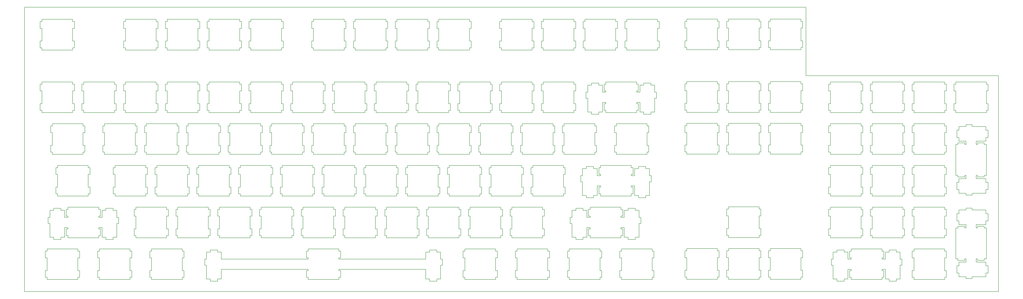
<source format=gbr>
G04 #@! TF.GenerationSoftware,KiCad,Pcbnew,(6.0.11)*
G04 #@! TF.CreationDate,2024-09-08T15:44:03-05:00*
G04 #@! TF.ProjectId,Plate-Base,506c6174-652d-4426-9173-652e6b696361,3.3*
G04 #@! TF.SameCoordinates,Original*
G04 #@! TF.FileFunction,Profile,NP*
%FSLAX46Y46*%
G04 Gerber Fmt 4.6, Leading zero omitted, Abs format (unit mm)*
G04 Created by KiCad (PCBNEW (6.0.11)) date 2024-09-08 15:44:03*
%MOMM*%
%LPD*%
G01*
G04 APERTURE LIST*
G04 #@! TA.AperFunction,Profile*
%ADD10C,0.200000*%
G04 #@! TD*
G04 APERTURE END LIST*
D10*
X417063453Y-136978200D02*
X60727453Y-136978200D01*
X504879747Y-168204274D02*
X504879747Y-266804274D01*
X417079747Y-168204274D02*
X504879747Y-168204274D01*
X417063453Y-136978200D02*
X417079747Y-168204274D01*
X126294453Y-241227900D02*
X126294453Y-238127300D01*
X248807453Y-194228600D02*
X249606453Y-194228600D01*
X348082453Y-175777900D02*
X348082453Y-172547900D01*
X400762753Y-142383200D02*
X414763453Y-142383200D01*
X321899453Y-213877900D02*
X321899453Y-210647900D01*
X87393453Y-204128200D02*
X87393453Y-203127700D01*
X82632453Y-143501200D02*
X82632453Y-142502200D01*
X94825453Y-247277500D02*
X94825453Y-248277900D01*
X399963753Y-146483200D02*
X399963753Y-143382200D01*
X204074453Y-248277900D02*
X204074453Y-247277500D01*
X415562853Y-191009000D02*
X415562853Y-194109600D01*
X82632453Y-155503200D02*
X83431453Y-155503200D01*
X196418453Y-222177700D02*
X197219453Y-222177700D01*
X447254453Y-184077700D02*
X446455053Y-184077700D01*
X376663753Y-142383200D02*
X376663753Y-143382200D01*
X362662753Y-248158900D02*
X362662753Y-247158500D01*
X221544453Y-229228000D02*
X220743453Y-229228000D01*
X101682453Y-171077500D02*
X87681453Y-171077500D01*
X414763453Y-180858200D02*
X415562853Y-180858200D01*
X226306453Y-191128000D02*
X225507453Y-191128000D01*
X154068453Y-209177500D02*
X140069453Y-209177500D01*
X86882453Y-180977200D02*
X86882453Y-184077700D01*
X264407453Y-152402200D02*
X263606453Y-152402200D01*
X296432453Y-146602200D02*
X297233453Y-146602200D01*
X315150453Y-213877900D02*
X314325453Y-213877900D01*
X362662753Y-194109600D02*
X361863753Y-194109600D01*
X481104453Y-213278600D02*
X480305153Y-213278600D01*
X447254453Y-213278600D02*
X446455053Y-213278600D01*
X277382453Y-146602200D02*
X278183453Y-146602200D01*
X443004553Y-213278600D02*
X442205153Y-213278600D01*
X96407453Y-200027200D02*
X96407453Y-203127700D01*
X361863753Y-152283200D02*
X362662753Y-152283200D01*
X377462753Y-155384200D02*
X376663753Y-155384200D01*
X177882453Y-142502200D02*
X163881453Y-142502200D01*
X332952453Y-247277500D02*
X332952453Y-248277900D01*
X325007453Y-180977200D02*
X325007453Y-184077700D01*
X210707453Y-191128000D02*
X210707453Y-194228600D01*
X101168453Y-210178000D02*
X101168453Y-213278600D01*
X320174453Y-210647900D02*
X320174453Y-209727100D01*
X447254453Y-171077500D02*
X461255153Y-171077500D01*
X121019453Y-213278600D02*
X121019453Y-219077200D01*
X481104453Y-248277900D02*
X481104453Y-251377100D01*
X460005253Y-261048200D02*
X458280153Y-261048200D01*
X490054753Y-236228400D02*
X486824653Y-236228400D01*
X282656453Y-204128200D02*
X282656453Y-203127700D01*
X287418453Y-219077200D02*
X287418453Y-213278600D01*
X462054553Y-184077700D02*
X461255153Y-184077700D01*
X248807453Y-200027200D02*
X248807453Y-203127700D01*
X443004553Y-210178000D02*
X443004553Y-213278600D01*
X106731453Y-146602200D02*
X106731453Y-152402200D01*
X177882453Y-146602200D02*
X178681452Y-146602200D01*
X381712753Y-170958500D02*
X395713753Y-170958500D01*
X316875453Y-209727100D02*
X316875453Y-210647900D01*
X244557453Y-156503200D02*
X244557453Y-155503200D01*
X395713753Y-156384200D02*
X381712753Y-156384200D01*
X320756453Y-194228600D02*
X321557453Y-194228600D01*
X73394453Y-194228600D02*
X73394453Y-200027200D01*
X140581453Y-175178600D02*
X140581453Y-172078000D01*
X414763453Y-143382200D02*
X415562853Y-143382200D01*
X204875453Y-257177310D02*
X204074453Y-257177310D01*
X287418453Y-222177700D02*
X288219453Y-222177700D01*
X414763453Y-203008700D02*
X414763453Y-204009200D01*
X144032453Y-175178600D02*
X144831453Y-175178600D01*
X230556453Y-194228600D02*
X230556453Y-200027200D01*
X72262453Y-241998200D02*
X73988453Y-241998200D01*
X481104453Y-251377100D02*
X480305153Y-251377100D01*
X239282453Y-175178600D02*
X240081453Y-175178600D01*
X101969453Y-209177500D02*
X101969453Y-210178000D01*
X139268453Y-222177700D02*
X140069453Y-222177700D01*
X332151453Y-257177310D02*
X332151453Y-260277870D01*
X163082453Y-152402200D02*
X163082453Y-155503200D01*
X144831453Y-185078200D02*
X158832453Y-185078200D01*
X340674453Y-209727100D02*
X340674453Y-210647900D01*
X346357453Y-171627100D02*
X343055453Y-171627100D01*
X244043453Y-232328500D02*
X244844453Y-232328500D01*
X428204453Y-190127500D02*
X442205153Y-190127500D01*
X245425453Y-262028000D02*
X248724453Y-262028000D01*
X124982453Y-143501200D02*
X124982453Y-146602200D01*
X244557453Y-194228600D02*
X245356453Y-194228600D01*
X292181453Y-143501200D02*
X292181453Y-142502200D01*
X436930053Y-248277900D02*
X437729453Y-248277900D01*
X292181453Y-184077700D02*
X292982453Y-184077700D01*
X287418453Y-210178000D02*
X287418453Y-209177500D01*
X325808453Y-172078000D02*
X325007453Y-172078000D01*
X381712753Y-175059600D02*
X380913753Y-175059600D01*
X337425453Y-223178200D02*
X337425453Y-222177700D01*
X489455353Y-199652500D02*
X490054753Y-199652500D01*
X101088453Y-241998200D02*
X102812453Y-241998200D01*
X458280153Y-248747800D02*
X460005253Y-248747800D01*
X96063453Y-237527900D02*
X96063453Y-241998200D01*
X235032453Y-172078000D02*
X235032453Y-171077500D01*
X486354753Y-199652500D02*
X486354753Y-198853100D01*
X380913753Y-194109600D02*
X380913753Y-191009000D01*
X187694453Y-228227500D02*
X187694453Y-229228000D01*
X201182453Y-184077700D02*
X201981453Y-184077700D01*
X399963753Y-152283200D02*
X400762753Y-152283200D01*
X347751453Y-251377100D02*
X347751453Y-248277900D01*
X330281453Y-155503200D02*
X331082453Y-155503200D01*
X376663753Y-152283200D02*
X377462753Y-152283200D01*
X315150453Y-222948200D02*
X316875453Y-222948200D01*
X89774453Y-223178200D02*
X89774453Y-222177700D01*
X346526453Y-216678300D02*
X346526453Y-213877900D01*
X292470453Y-209177500D02*
X292470453Y-210178000D01*
X108824453Y-247277500D02*
X94825453Y-247277500D01*
X381712753Y-190008500D02*
X395713753Y-190008500D01*
X480305153Y-180977200D02*
X481104453Y-180977200D01*
X177882453Y-180977200D02*
X177882453Y-175178600D01*
X380913753Y-203008700D02*
X380913753Y-199908200D01*
X380913753Y-229109000D02*
X381712753Y-229109000D01*
X486824653Y-215177600D02*
X490054753Y-215177600D01*
X335911453Y-229697900D02*
X334186453Y-229697900D01*
X153557453Y-191128000D02*
X153557453Y-194228600D01*
X400762753Y-251258100D02*
X399963753Y-251258100D01*
X332952453Y-260277870D02*
X332952453Y-261278350D01*
X465505053Y-241227900D02*
X465505053Y-238127300D01*
X480305153Y-260277870D02*
X480305153Y-261278350D01*
X341764453Y-235728100D02*
X341764453Y-232928000D01*
X163881453Y-156503200D02*
X177882453Y-156503200D01*
X490054753Y-198128500D02*
X486824653Y-198128500D01*
X259131453Y-175178600D02*
X259131453Y-180977200D01*
X480305153Y-172078000D02*
X481104453Y-172078000D01*
X226306453Y-146602200D02*
X226306453Y-143501200D01*
X297233453Y-180977200D02*
X296432453Y-180977200D01*
X442205153Y-180977200D02*
X443004553Y-180977200D01*
X292181453Y-142502200D02*
X278183453Y-142502200D01*
X396512753Y-238008300D02*
X396512753Y-241108900D01*
X320174453Y-222948200D02*
X321899453Y-222948200D01*
X466304453Y-228227500D02*
X480305153Y-228227500D01*
X292982453Y-180977200D02*
X292181453Y-180977200D01*
X139782453Y-184077700D02*
X140581453Y-184077700D01*
X485354353Y-180977200D02*
X485354353Y-175178600D01*
X168357453Y-203127700D02*
X169156453Y-203127700D01*
X494656053Y-237752500D02*
X495255523Y-237752500D01*
X263606453Y-155503200D02*
X264407453Y-155503200D01*
X211218453Y-210178000D02*
X211218453Y-209177500D01*
X312032453Y-172078000D02*
X311231453Y-172078000D01*
X320756453Y-190127500D02*
X306758453Y-190127500D01*
X263606453Y-142502200D02*
X249606453Y-142502200D01*
X225794453Y-229228000D02*
X224993453Y-229228000D01*
X201182453Y-172078000D02*
X201182453Y-175178600D01*
X204074453Y-260277870D02*
X204875453Y-260277870D01*
X244557453Y-155503200D02*
X245356453Y-155503200D01*
X163881453Y-171077500D02*
X163881453Y-172078000D01*
X68631453Y-184077700D02*
X68631453Y-185078200D01*
X225507453Y-143501200D02*
X225507453Y-142502200D01*
X159631453Y-172078000D02*
X158832453Y-172078000D01*
X118638453Y-260277870D02*
X118638453Y-261278350D01*
X261513453Y-257177310D02*
X260713453Y-257177310D01*
X340674453Y-223927900D02*
X343976453Y-223927900D01*
X125781453Y-171077500D02*
X125781453Y-172078000D01*
X492854953Y-190553300D02*
X492854953Y-191377400D01*
X277382453Y-143501200D02*
X277382453Y-146602200D01*
X395713753Y-248158900D02*
X396512753Y-248158900D01*
X380913753Y-251258100D02*
X380913753Y-248158900D01*
X447254453Y-191128000D02*
X447254453Y-190127500D01*
X132638453Y-247277500D02*
X118638453Y-247277500D01*
X190075453Y-261278350D02*
X204074453Y-261278350D01*
X168644453Y-241227900D02*
X168644453Y-242228300D01*
X462054553Y-194228600D02*
X461255153Y-194228600D01*
X158832453Y-152402200D02*
X158832453Y-146602200D01*
X322626453Y-210178000D02*
X322626453Y-213278600D01*
X177882453Y-175178600D02*
X178681452Y-175178600D01*
X79738453Y-232328500D02*
X80538453Y-232328500D01*
X106731453Y-172078000D02*
X105932453Y-172078000D01*
X178169452Y-222177700D02*
X178169452Y-223178200D01*
X380913753Y-238008300D02*
X381712753Y-238008300D01*
X325007453Y-172078000D02*
X325007453Y-175178600D01*
X253568453Y-219077200D02*
X253568453Y-222177700D01*
X321899453Y-218477800D02*
X323427453Y-218477800D01*
X377463753Y-175059600D02*
X376663753Y-175059600D01*
X395713753Y-143382200D02*
X396512753Y-143382200D01*
X273131453Y-172078000D02*
X273131453Y-171077500D01*
X296432453Y-143501200D02*
X296432453Y-146602200D01*
X316875453Y-222948200D02*
X316875453Y-223927900D01*
X269169453Y-222177700D02*
X269169453Y-219077200D01*
X94538453Y-241227900D02*
X95338453Y-241227900D01*
X273131453Y-185078200D02*
X273131453Y-184077700D01*
X494654653Y-253277500D02*
X499125063Y-253277500D01*
X485904153Y-255002800D02*
X486824653Y-255002800D01*
X173118453Y-210178000D02*
X173118453Y-209177500D01*
X164394453Y-232328500D02*
X164394453Y-229228000D01*
X341330453Y-172547900D02*
X341330453Y-175777900D01*
X248724453Y-247827300D02*
X245425453Y-247827300D01*
X115968453Y-210178000D02*
X115968453Y-209177500D01*
X377463753Y-183958700D02*
X376663753Y-183958700D01*
X192456453Y-143501200D02*
X191657453Y-143501200D01*
X377463753Y-257058310D02*
X377463753Y-260158870D01*
X140581453Y-184077700D02*
X140581453Y-180977200D01*
X206457453Y-146602200D02*
X207256453Y-146602200D01*
X125493453Y-228227500D02*
X111494453Y-228227500D01*
X249606453Y-146602200D02*
X249606453Y-152402200D01*
X332662453Y-242228300D02*
X332662453Y-241227900D01*
X395713753Y-152283200D02*
X396512753Y-152283200D01*
X278183453Y-152402200D02*
X277382453Y-152402200D01*
X190075453Y-256577900D02*
X190075453Y-257177310D01*
X395713753Y-261159350D02*
X381712753Y-261159350D01*
X323427453Y-222177700D02*
X323427453Y-223178200D01*
X144831453Y-146602200D02*
X144831453Y-152402200D01*
X163082453Y-143501200D02*
X163082453Y-146602200D01*
X381712753Y-260158870D02*
X380913753Y-260158870D01*
X322626453Y-222177700D02*
X323427453Y-222177700D01*
X105932453Y-180977200D02*
X105932453Y-184077700D01*
X466304453Y-190127500D02*
X480305153Y-190127500D01*
X490054753Y-237752500D02*
X490054753Y-236228400D01*
X163881453Y-155503200D02*
X163881453Y-156503200D01*
X490054753Y-213653200D02*
X489455353Y-213653200D01*
X273932453Y-172078000D02*
X273131453Y-172078000D01*
X340938453Y-232928000D02*
X340938453Y-229697900D01*
X94825453Y-251377100D02*
X94825453Y-257177310D01*
X329769453Y-191128000D02*
X329769453Y-194228600D01*
X466304453Y-200027200D02*
X466304453Y-194228600D01*
X480305153Y-251377100D02*
X480305153Y-257177310D01*
X466304453Y-209177500D02*
X480305153Y-209177500D01*
X276313453Y-251377100D02*
X276313453Y-248277900D01*
X396512753Y-191009000D02*
X396512753Y-194109600D01*
X144831453Y-155503200D02*
X144831453Y-156503200D01*
X212019453Y-219077200D02*
X211218453Y-219077200D01*
X224993453Y-229228000D02*
X224993453Y-232328500D01*
X268368453Y-213278600D02*
X269169453Y-213278600D01*
X261513453Y-247277500D02*
X261513453Y-248277900D01*
X345369453Y-194228600D02*
X345369453Y-191128000D01*
X73394453Y-204128200D02*
X87393453Y-204128200D01*
X177882453Y-172078000D02*
X177882453Y-171077500D01*
X139782453Y-185078200D02*
X139782453Y-184077700D01*
X83431453Y-180977200D02*
X82632453Y-180977200D01*
X446455053Y-219077200D02*
X447254453Y-219077200D01*
X362662753Y-156384200D02*
X362662753Y-155384200D01*
X135306453Y-204128200D02*
X149307453Y-204128200D01*
X486824653Y-216902600D02*
X486824653Y-215177600D01*
X269169453Y-219077200D02*
X268368453Y-219077200D01*
X148724453Y-262028000D02*
X148724453Y-261048200D01*
X254369453Y-209177500D02*
X254369453Y-210178000D01*
X87393453Y-190127500D02*
X73394453Y-190127500D01*
X428204453Y-209177500D02*
X442205153Y-209177500D01*
X489455353Y-252552600D02*
X486354753Y-252552600D01*
X70213453Y-257177310D02*
X70213453Y-260277870D01*
X453254453Y-256577900D02*
X451730153Y-256577900D01*
X400762753Y-156384200D02*
X400762753Y-155384200D01*
X182931453Y-171077500D02*
X182931453Y-172078000D01*
X329769453Y-200027200D02*
X329769453Y-203127700D01*
X245356453Y-152402200D02*
X244557453Y-152402200D01*
X196418453Y-219077200D02*
X196418453Y-222177700D01*
X230556453Y-190127500D02*
X230556453Y-191128000D01*
X273131453Y-171077500D02*
X259131453Y-171077500D01*
X362662753Y-171959000D02*
X362662753Y-170958500D01*
X428204453Y-191128000D02*
X428204453Y-190127500D01*
X323938453Y-257177310D02*
X323137453Y-257177310D01*
X116769453Y-210178000D02*
X115968453Y-210178000D01*
X447254453Y-185078200D02*
X447254453Y-184077700D01*
X315482453Y-146602200D02*
X316283453Y-146602200D01*
X315411453Y-242978000D02*
X315411453Y-241998200D01*
X263606453Y-200027200D02*
X263606453Y-194228600D01*
X118638453Y-248277900D02*
X117838453Y-248277900D01*
X428204453Y-175178600D02*
X427405053Y-175178600D01*
X196932453Y-172078000D02*
X196932453Y-171077500D01*
X376663753Y-146483200D02*
X376663753Y-152283200D01*
X322626453Y-213278600D02*
X323427453Y-213278600D01*
X191657453Y-194228600D02*
X192456453Y-194228600D01*
X201693453Y-232328500D02*
X202494453Y-232328500D01*
X442205153Y-200027200D02*
X443004553Y-200027200D01*
X446455053Y-184077700D02*
X446455053Y-180977200D01*
X381712753Y-238008300D02*
X381712753Y-232209500D01*
X109625453Y-257177310D02*
X108824453Y-257177310D01*
X316283453Y-142502200D02*
X316283453Y-143501200D01*
X264407453Y-203127700D02*
X264407453Y-200027200D01*
X148724453Y-247827300D02*
X145425453Y-247827300D01*
X283457453Y-194228600D02*
X283457453Y-191128000D01*
X204074453Y-261278350D02*
X204074453Y-260277870D01*
X201693453Y-242228300D02*
X201693453Y-241227900D01*
X121019453Y-222177700D02*
X121019453Y-223178200D01*
X118638453Y-257177310D02*
X117838453Y-257177310D01*
X338226453Y-222177700D02*
X338226453Y-219077200D01*
X437729453Y-251978000D02*
X437729453Y-251377100D01*
X263895453Y-232328500D02*
X263895453Y-238127300D01*
X130544453Y-232328500D02*
X130544453Y-238127300D01*
X340674453Y-222948200D02*
X340674453Y-223927900D01*
X154356453Y-194228600D02*
X154356453Y-200027200D01*
X215982453Y-172078000D02*
X215982453Y-171077500D01*
X163593453Y-232328500D02*
X164394453Y-232328500D01*
X263895453Y-228227500D02*
X263895453Y-229228000D01*
X74974453Y-222177700D02*
X75775453Y-222177700D01*
X429454353Y-251978000D02*
X429454353Y-248747800D01*
X427405053Y-210178000D02*
X428204453Y-210178000D01*
X446455053Y-191128000D02*
X447254453Y-191128000D01*
X135306453Y-200027200D02*
X134507453Y-200027200D01*
X325808453Y-184077700D02*
X325808453Y-185078200D01*
X240081453Y-180977200D02*
X239282453Y-180977200D01*
X159631453Y-184077700D02*
X159631453Y-180977200D01*
X396512753Y-203008700D02*
X395713753Y-203008700D01*
X323137453Y-247277500D02*
X309139453Y-247277500D01*
X395713753Y-190008500D02*
X395713753Y-191009000D01*
X234518453Y-213278600D02*
X235319453Y-213278600D01*
X329769453Y-194228600D02*
X330570453Y-194228600D01*
X498356123Y-252552600D02*
X495254143Y-252552600D01*
X150106453Y-194228600D02*
X150106453Y-191128000D01*
X490056153Y-229477400D02*
X490056153Y-228653300D01*
X183444453Y-229228000D02*
X182643453Y-229228000D01*
X343976453Y-209727100D02*
X340674453Y-209727100D01*
X399963753Y-191009000D02*
X400762753Y-191009000D01*
X272619453Y-210178000D02*
X272619453Y-213278600D01*
X182931453Y-185078200D02*
X196932453Y-185078200D01*
X182931453Y-184077700D02*
X182931453Y-185078200D01*
X71013453Y-247277500D02*
X71013453Y-248277900D01*
X446455053Y-229228000D02*
X447254453Y-229228000D01*
X173919452Y-219077200D02*
X173118453Y-219077200D01*
X244557453Y-190127500D02*
X230556453Y-190127500D01*
X443004553Y-172078000D02*
X443004553Y-175178600D01*
X481104453Y-219077200D02*
X481104453Y-222177700D01*
X258843453Y-238127300D02*
X258843453Y-232328500D01*
X414763453Y-260158870D02*
X414763453Y-261159350D01*
X325007453Y-184077700D02*
X325808453Y-184077700D01*
X498356123Y-237752500D02*
X499355183Y-237752500D01*
X499125063Y-215177600D02*
X499125063Y-216902600D01*
X206744453Y-228227500D02*
X206744453Y-229228000D01*
X442205153Y-203127700D02*
X442205153Y-204128200D01*
X250449453Y-254778100D02*
X251275453Y-254778100D01*
X230556453Y-143501200D02*
X229757453Y-143501200D01*
X258332453Y-184077700D02*
X259131453Y-184077700D01*
X312113453Y-229697900D02*
X310388453Y-229697900D01*
X292181453Y-155503200D02*
X292982453Y-155503200D01*
X150106453Y-200027200D02*
X149307453Y-200027200D01*
X230268453Y-213278600D02*
X231069453Y-213278600D01*
X292181453Y-156503200D02*
X292181453Y-155503200D01*
X211218453Y-222177700D02*
X212019453Y-222177700D01*
X129743453Y-241227900D02*
X130544453Y-241227900D01*
X305957453Y-194228600D02*
X306758453Y-194228600D01*
X202494453Y-238127300D02*
X201693453Y-238127300D01*
X191657453Y-146602200D02*
X192456453Y-146602200D01*
X300126453Y-251377100D02*
X300126453Y-248277900D01*
X428204453Y-194228600D02*
X427405053Y-194228600D01*
X248807453Y-155503200D02*
X249606453Y-155503200D01*
X74974453Y-219077200D02*
X74974453Y-222177700D01*
X443004553Y-191128000D02*
X443004553Y-194228600D01*
X498356123Y-213653200D02*
X498356123Y-214452600D01*
X201981453Y-172078000D02*
X201182453Y-172078000D01*
X332952453Y-261278350D02*
X346950453Y-261278350D01*
X486824653Y-221928300D02*
X486824653Y-220203200D01*
X263606453Y-194228600D02*
X264407453Y-194228600D01*
X244043453Y-241227900D02*
X244844453Y-241227900D01*
X67832453Y-172078000D02*
X67832453Y-175178600D01*
X74974453Y-213278600D02*
X75775453Y-213278600D01*
X344568453Y-203127700D02*
X345369453Y-203127700D01*
X258843453Y-232328500D02*
X259644453Y-232328500D01*
X461255153Y-209177500D02*
X461255153Y-210178000D01*
X486354753Y-214452600D02*
X486354753Y-213653200D01*
X144032453Y-143501200D02*
X144032453Y-146602200D01*
X131056453Y-200027200D02*
X130257453Y-200027200D01*
X143700453Y-248747800D02*
X143700453Y-251978000D01*
X443004553Y-238127300D02*
X443004553Y-241227900D01*
X215982453Y-185078200D02*
X215982453Y-184077700D01*
X334186453Y-229697900D02*
X334186453Y-232928000D01*
X115457453Y-194228600D02*
X116256453Y-194228600D01*
X275512453Y-257177310D02*
X275512453Y-251377100D01*
X117838453Y-257177310D02*
X117838453Y-260277870D01*
X149594453Y-229228000D02*
X148793453Y-229228000D01*
X443004553Y-180977200D02*
X443004553Y-184077700D01*
X347751453Y-257177310D02*
X346950453Y-257177310D01*
X376663753Y-247158500D02*
X376663753Y-248158900D01*
X395713753Y-171959000D02*
X396512753Y-171959000D01*
X225507453Y-203127700D02*
X226306453Y-203127700D01*
X460829353Y-254778100D02*
X460005253Y-254778100D01*
X226306453Y-152402200D02*
X225507453Y-152402200D01*
X101088453Y-229697900D02*
X101088453Y-228777100D01*
X335333453Y-155503200D02*
X335333453Y-156503200D01*
X361863753Y-155384200D02*
X361863753Y-152283200D01*
X301706453Y-204128200D02*
X301706453Y-203127700D01*
X461255153Y-219077200D02*
X462054553Y-219077200D01*
X82632453Y-142502200D02*
X68631453Y-142502200D01*
X216269453Y-219077200D02*
X215468453Y-219077200D01*
X250449453Y-248747800D02*
X248724453Y-248747800D01*
X490056153Y-228653300D02*
X492854953Y-228653300D01*
X332151453Y-251377100D02*
X332952453Y-251377100D01*
X211506453Y-194228600D02*
X211506453Y-200027200D01*
X120732453Y-175178600D02*
X121531453Y-175178600D01*
X486824653Y-231202500D02*
X486824653Y-229477400D01*
X442205153Y-171077500D02*
X442205153Y-172078000D01*
X258332453Y-175178600D02*
X259131453Y-175178600D01*
X278694453Y-232328500D02*
X278694453Y-229228000D01*
X495255523Y-199652500D02*
X495255523Y-198853100D01*
X225794453Y-232328500D02*
X225794453Y-238127300D01*
X330281453Y-152402200D02*
X330281453Y-146602200D01*
X310388453Y-229697900D02*
X310388453Y-232928000D01*
X309139453Y-248277900D02*
X308338453Y-248277900D01*
X187407453Y-190127500D02*
X173406453Y-190127500D01*
X261513453Y-260277870D02*
X261513453Y-261278350D01*
X186893453Y-238127300D02*
X186893453Y-241227900D01*
X362662753Y-143382200D02*
X362662753Y-142383200D01*
X230556453Y-155503200D02*
X230556453Y-156503200D01*
X376663753Y-170958500D02*
X376663753Y-171959000D01*
X206457453Y-194228600D02*
X207256453Y-194228600D01*
X243700453Y-261048200D02*
X245425453Y-261048200D01*
X395713753Y-260158870D02*
X395713753Y-261159350D01*
X254881453Y-172078000D02*
X254082453Y-172078000D01*
X414763453Y-194109600D02*
X414763453Y-199908200D01*
X395713753Y-184959200D02*
X381712753Y-184959200D01*
X451730153Y-248277900D02*
X452529553Y-248277900D01*
X415562853Y-180858200D02*
X415562853Y-183958700D01*
X263093453Y-241227900D02*
X263895453Y-241227900D01*
X220743453Y-229228000D02*
X220743453Y-228227500D01*
X452529553Y-260277870D02*
X451730153Y-260277870D01*
X301706453Y-194228600D02*
X302507453Y-194228600D01*
X415562853Y-203008700D02*
X414763453Y-203008700D01*
X239793453Y-238127300D02*
X239793453Y-232328500D01*
X330570453Y-203127700D02*
X330570453Y-204128200D01*
X490054753Y-253277500D02*
X490054753Y-251753300D01*
X331082453Y-152402200D02*
X330281453Y-152402200D01*
X292982453Y-184077700D02*
X292982453Y-180977200D01*
X292470453Y-213278600D02*
X292470453Y-219077200D01*
X191657453Y-191128000D02*
X191657453Y-194228600D01*
X148793453Y-229228000D02*
X148793453Y-232328500D01*
X315150453Y-216678300D02*
X315150453Y-222948200D01*
X226306453Y-155503200D02*
X226306453Y-152402200D01*
X102481453Y-172078000D02*
X101682453Y-172078000D01*
X277893453Y-228227500D02*
X263895453Y-228227500D01*
X348908453Y-178578300D02*
X348908453Y-175777900D01*
X330281453Y-143501200D02*
X330281453Y-142502200D01*
X268368453Y-222177700D02*
X269169453Y-222177700D01*
X286907453Y-194228600D02*
X287708453Y-194228600D01*
X120732453Y-185078200D02*
X120732453Y-184077700D01*
X340607453Y-184077700D02*
X340607453Y-180977200D01*
X169156453Y-194228600D02*
X169156453Y-191128000D01*
X486354753Y-252552600D02*
X486354753Y-251753300D01*
X97206453Y-203127700D02*
X97206453Y-204128200D01*
X158832453Y-155503200D02*
X159631453Y-155503200D01*
X314325453Y-216678300D02*
X315150453Y-216678300D01*
X215982453Y-171077500D02*
X201981453Y-171077500D01*
X377462753Y-152283200D02*
X377462753Y-155384200D01*
X95338453Y-229228000D02*
X94538453Y-229228000D01*
X244557453Y-191128000D02*
X244557453Y-190127500D01*
X437729453Y-248277900D02*
X437729453Y-247277500D01*
X225794453Y-228227500D02*
X225794453Y-229228000D01*
X499125063Y-191377400D02*
X499125063Y-193102500D01*
X286907453Y-200027200D02*
X286907453Y-203127700D01*
X309139453Y-247277500D02*
X309139453Y-248277900D01*
X235319453Y-223178200D02*
X249318453Y-223178200D01*
X82632453Y-156503200D02*
X82632453Y-155503200D01*
X480305153Y-203127700D02*
X480305153Y-204128200D01*
X340938453Y-241998200D02*
X340938453Y-235728100D01*
X443004553Y-229228000D02*
X443004553Y-232328500D01*
X453254453Y-261048200D02*
X453254453Y-256577900D01*
X273420453Y-223178200D02*
X287418453Y-223178200D01*
X437729453Y-261278350D02*
X437729453Y-260277870D01*
X230268453Y-209177500D02*
X216269453Y-209177500D01*
X307269453Y-222177700D02*
X307269453Y-219077200D01*
X428630253Y-251978000D02*
X429454353Y-251978000D01*
X434479953Y-262028000D02*
X431179353Y-262028000D01*
X68631453Y-152402200D02*
X67832453Y-152402200D01*
X446455053Y-200027200D02*
X447254453Y-200027200D01*
X106731453Y-156503200D02*
X120732453Y-156503200D01*
X490054753Y-215177600D02*
X490054753Y-213653200D01*
X427405053Y-222177700D02*
X427405053Y-219077200D01*
X499125063Y-220203200D02*
X499125063Y-221928300D01*
X322555453Y-171627100D02*
X319257453Y-171627100D01*
X226306453Y-143501200D02*
X225507453Y-143501200D01*
X268658453Y-200027200D02*
X267857453Y-200027200D01*
X68631453Y-142502200D02*
X68631453Y-143501200D01*
X334532453Y-146602200D02*
X335333453Y-146602200D01*
X399963753Y-194109600D02*
X399963753Y-191009000D01*
X485904153Y-258303160D02*
X485904153Y-255002800D01*
X211506453Y-200027200D02*
X210707453Y-200027200D01*
X163881453Y-152402200D02*
X163082453Y-152402200D01*
X348082453Y-172547900D02*
X346357453Y-172547900D01*
X124982453Y-184077700D02*
X125781453Y-184077700D01*
X484555053Y-184077700D02*
X484555053Y-180977200D01*
X377463753Y-171959000D02*
X377463753Y-175059600D01*
X428204453Y-184077700D02*
X427405053Y-184077700D01*
X101682453Y-172078000D02*
X101682453Y-171077500D01*
X263895453Y-242228300D02*
X277893453Y-242228300D01*
X110693453Y-232328500D02*
X111494453Y-232328500D01*
X292181453Y-185078200D02*
X292181453Y-184077700D01*
X376663753Y-180858200D02*
X377463753Y-180858200D01*
X169156453Y-191128000D02*
X168357453Y-191128000D01*
X399963753Y-199908200D02*
X400762753Y-199908200D01*
X106731453Y-184077700D02*
X106731453Y-185078200D01*
X109625453Y-248277900D02*
X108824453Y-248277900D01*
X144831453Y-156503200D02*
X158832453Y-156503200D01*
X446455053Y-180977200D02*
X447254453Y-180977200D01*
X462054553Y-229228000D02*
X462054553Y-232328500D01*
X188206453Y-194228600D02*
X188206453Y-191128000D01*
X332952453Y-251377100D02*
X332952453Y-257177310D01*
X111494453Y-238127300D02*
X110693453Y-238127300D01*
X225507453Y-200027200D02*
X225507453Y-194228600D01*
X499125063Y-196403100D02*
X499125063Y-198128500D01*
X462054553Y-172078000D02*
X462054553Y-175178600D01*
X254369453Y-222177700D02*
X254369453Y-223178200D01*
X158318453Y-222177700D02*
X159119453Y-222177700D01*
X220743453Y-241227900D02*
X221544453Y-241227900D01*
X344568453Y-190127500D02*
X330570453Y-190127500D01*
X144831453Y-172078000D02*
X144032453Y-172078000D01*
X259644453Y-238127300D02*
X258843453Y-238127300D01*
X307269453Y-210178000D02*
X306468453Y-210178000D01*
X190075453Y-260277870D02*
X190075453Y-261278350D01*
X461255153Y-210178000D02*
X462054553Y-210178000D01*
X140581453Y-146602200D02*
X140581453Y-143501200D01*
X318664453Y-229228000D02*
X317863453Y-229228000D01*
X465505053Y-222177700D02*
X465505053Y-219077200D01*
X381712753Y-257058310D02*
X381712753Y-251258100D01*
X490054753Y-260852510D02*
X490054753Y-260028460D01*
X436205053Y-256577900D02*
X436205053Y-261048200D01*
X333463453Y-232328500D02*
X333463453Y-229228000D01*
X206457453Y-200027200D02*
X206457453Y-194228600D01*
X299325453Y-248277900D02*
X299325453Y-247277500D01*
X112006453Y-200027200D02*
X111207453Y-200027200D01*
X436930053Y-260277870D02*
X436930053Y-257177310D01*
X400762753Y-155384200D02*
X399963753Y-155384200D01*
X442205153Y-190127500D02*
X442205153Y-191128000D01*
X140069453Y-222177700D02*
X140069453Y-223178200D01*
X94538453Y-238127300D02*
X94538453Y-237527900D01*
X163593453Y-228227500D02*
X149594453Y-228227500D01*
X339806453Y-184077700D02*
X340607453Y-184077700D01*
X154869453Y-213278600D02*
X154869453Y-210178000D01*
X263606453Y-156503200D02*
X263606453Y-155503200D01*
X94538453Y-242228300D02*
X94538453Y-241227900D01*
X350132453Y-155503200D02*
X350132453Y-152402200D01*
X173118453Y-209177500D02*
X159119453Y-209177500D01*
X231069453Y-222177700D02*
X231069453Y-219077200D01*
X135306453Y-191128000D02*
X134507453Y-191128000D01*
X182643453Y-242228300D02*
X182643453Y-241227900D01*
X178681452Y-184077700D02*
X178681452Y-180977200D01*
X105932453Y-152402200D02*
X105932453Y-155503200D01*
X465505053Y-175178600D02*
X465505053Y-172078000D01*
X282945453Y-228227500D02*
X282945453Y-229228000D01*
X87393453Y-191128000D02*
X87393453Y-190127500D01*
X396512753Y-232209500D02*
X395713753Y-232209500D01*
X273131453Y-180977200D02*
X273131453Y-175178600D01*
X85013453Y-247277500D02*
X71013453Y-247277500D01*
X159631453Y-146602200D02*
X159631453Y-143501200D01*
X495254143Y-252552600D02*
X495254143Y-251753300D01*
X381712753Y-241108900D02*
X380913753Y-241108900D01*
X278694453Y-229228000D02*
X277893453Y-229228000D01*
X120218453Y-219077200D02*
X120218453Y-222177700D01*
X87681453Y-175178600D02*
X87681453Y-180977200D01*
X414763453Y-184959200D02*
X400762753Y-184959200D01*
X485354353Y-171077500D02*
X499355183Y-171077500D01*
X235032453Y-185078200D02*
X235032453Y-184077700D01*
X216781453Y-175178600D02*
X216781453Y-172078000D01*
X332151453Y-260277870D02*
X332952453Y-260277870D01*
X67832453Y-180977200D02*
X67832453Y-184077700D01*
X75775453Y-222177700D02*
X75775453Y-223178200D01*
X458280153Y-247827300D02*
X458280153Y-248747800D01*
X346526453Y-213877900D02*
X345701453Y-213877900D01*
X87681453Y-172078000D02*
X86882453Y-172078000D01*
X206744453Y-242228300D02*
X220743453Y-242228300D01*
X317863453Y-238127300D02*
X317863453Y-241227900D01*
X296432453Y-175178600D02*
X297233453Y-175178600D01*
X70213453Y-248277900D02*
X70213453Y-251377100D01*
X192969453Y-219077200D02*
X192168453Y-219077200D01*
X317863453Y-229228000D02*
X317863453Y-232328500D01*
X361863753Y-248158900D02*
X362662753Y-248158900D01*
X150450453Y-256577900D02*
X190075453Y-256577900D01*
X101969453Y-219077200D02*
X101168453Y-219077200D01*
X333463453Y-229228000D02*
X332662453Y-229228000D01*
X325808453Y-175777900D02*
X324284453Y-175777900D01*
X443004553Y-200027200D02*
X443004553Y-203127700D01*
X296432453Y-180977200D02*
X296432453Y-184077700D01*
X287418453Y-223178200D02*
X287418453Y-222177700D01*
X239793453Y-241227900D02*
X240594453Y-241227900D01*
X235032453Y-184077700D02*
X235831453Y-184077700D01*
X115457453Y-203127700D02*
X116256453Y-203127700D01*
X83431453Y-172078000D02*
X82632453Y-172078000D01*
X144831453Y-171077500D02*
X144831453Y-172078000D01*
X268658453Y-194228600D02*
X268658453Y-200027200D01*
X428204453Y-203127700D02*
X427405053Y-203127700D01*
X345369453Y-200027200D02*
X344568453Y-200027200D01*
X125781453Y-175178600D02*
X125781453Y-180977200D01*
X350132453Y-146602200D02*
X350132453Y-143501200D01*
X82632453Y-152402200D02*
X82632453Y-146602200D01*
X97788453Y-229697900D02*
X96063453Y-229697900D01*
X103637453Y-232928000D02*
X102812453Y-232928000D01*
X414763453Y-199908200D02*
X415562853Y-199908200D01*
X79013453Y-229697900D02*
X77288453Y-229697900D01*
X442205153Y-223178200D02*
X428204453Y-223178200D01*
X73394453Y-191128000D02*
X72593453Y-191128000D01*
X220232453Y-175178600D02*
X221031453Y-175178600D01*
X462054553Y-203127700D02*
X461255153Y-203127700D01*
X118638453Y-261278350D02*
X132638453Y-261278350D01*
X498356123Y-198853100D02*
X498356123Y-199652500D01*
X235032453Y-171077500D02*
X221031453Y-171077500D01*
X325808453Y-180377800D02*
X325808453Y-180977200D01*
X485354353Y-237752500D02*
X486354753Y-237752500D01*
X428204453Y-213278600D02*
X427405053Y-213278600D01*
X296943453Y-229228000D02*
X296943453Y-228227500D01*
X315482453Y-155503200D02*
X316283453Y-155503200D01*
X415562853Y-171959000D02*
X415562853Y-175059600D01*
X305957453Y-203127700D02*
X306758453Y-203127700D01*
X492854953Y-221928300D02*
X492854953Y-222752400D01*
X102481453Y-184077700D02*
X102481453Y-180977200D01*
X484555053Y-175178600D02*
X484555053Y-172078000D01*
X376663753Y-175059600D02*
X376663753Y-180858200D01*
X211506453Y-190127500D02*
X211506453Y-191128000D01*
X323137453Y-251377100D02*
X323938453Y-251377100D01*
X485905553Y-196403100D02*
X485905553Y-193102500D01*
X481104453Y-210178000D02*
X481104453Y-213278600D01*
X220232453Y-184077700D02*
X221031453Y-184077700D01*
X499355183Y-237752500D02*
X499355183Y-251753300D01*
X197219453Y-222177700D02*
X197219453Y-223178200D01*
X197219453Y-223178200D02*
X211218453Y-223178200D01*
X139782453Y-171077500D02*
X125781453Y-171077500D01*
X317863453Y-232328500D02*
X318664453Y-232328500D01*
X183444453Y-241227900D02*
X183444453Y-238127300D01*
X400762753Y-260158870D02*
X399963753Y-260158870D01*
X330570453Y-194228600D02*
X330570453Y-200027200D01*
X108824453Y-257177310D02*
X108824453Y-251377100D01*
X116769453Y-213278600D02*
X116769453Y-210178000D01*
X376663753Y-248158900D02*
X377463753Y-248158900D01*
X361863753Y-183958700D02*
X361863753Y-180858200D01*
X125493453Y-241227900D02*
X126294453Y-241227900D01*
X131056453Y-203127700D02*
X131056453Y-200027200D01*
X153557453Y-203127700D02*
X154356453Y-203127700D01*
X282144453Y-241227900D02*
X282945453Y-241227900D01*
X168357453Y-200027200D02*
X168357453Y-194228600D01*
X452529553Y-251377100D02*
X451730153Y-251377100D01*
X187694453Y-229228000D02*
X186893453Y-229228000D01*
X318664453Y-237527900D02*
X318664453Y-238127300D01*
X140069453Y-210178000D02*
X139268453Y-210178000D01*
X348082453Y-184848200D02*
X348082453Y-178578300D01*
X207256453Y-146602200D02*
X207256453Y-143501200D01*
X239793453Y-232328500D02*
X240594453Y-232328500D01*
X291669453Y-222177700D02*
X292470453Y-222177700D01*
X317140453Y-229697900D02*
X315411453Y-229697900D01*
X149307453Y-191128000D02*
X149307453Y-190127500D01*
X495254143Y-213653200D02*
X494654653Y-213653200D01*
X96063453Y-232928000D02*
X94538453Y-232928000D01*
X376663753Y-261159350D02*
X362662753Y-261159350D01*
X362662753Y-170958500D02*
X376663753Y-170958500D01*
X314325453Y-213877900D02*
X314325453Y-216678300D01*
X163881453Y-175178600D02*
X163881453Y-180977200D01*
X132638453Y-257177310D02*
X132638453Y-251377100D01*
X446455053Y-241227900D02*
X446455053Y-238127300D01*
X446455053Y-194228600D02*
X446455053Y-191128000D01*
X443004553Y-175178600D02*
X442205153Y-175178600D01*
X80538453Y-238127300D02*
X79738453Y-238127300D01*
X428204453Y-185078200D02*
X428204453Y-184077700D01*
X312032453Y-180977200D02*
X311231453Y-180977200D01*
X178169452Y-223178200D02*
X192168453Y-223178200D01*
X292982453Y-146602200D02*
X292982453Y-143501200D01*
X249606453Y-152402200D02*
X248807453Y-152402200D01*
X190075453Y-251377100D02*
X190075453Y-251978000D01*
X332662453Y-232928000D02*
X332662453Y-232328500D01*
X461255153Y-213278600D02*
X461255153Y-219077200D01*
X338949453Y-218477800D02*
X338949453Y-222948200D01*
X500106213Y-258303160D02*
X499125063Y-258303160D01*
X321557453Y-191128000D02*
X320756453Y-191128000D01*
X250119453Y-210178000D02*
X249318453Y-210178000D01*
X318664453Y-232328500D02*
X318664453Y-232928000D01*
X465505053Y-219077200D02*
X466304453Y-219077200D01*
X285327453Y-251377100D02*
X285327453Y-257177310D01*
X245356453Y-143501200D02*
X244557453Y-143501200D01*
X168644453Y-238127300D02*
X167843453Y-238127300D01*
X480305153Y-247277500D02*
X480305153Y-248277900D01*
X225507453Y-156503200D02*
X225507453Y-155503200D01*
X323427453Y-210178000D02*
X322626453Y-210178000D01*
X282656453Y-194228600D02*
X283457453Y-194228600D01*
X400762753Y-175059600D02*
X399963753Y-175059600D01*
X230556453Y-152402200D02*
X229757453Y-152402200D01*
X395713753Y-242109300D02*
X381712753Y-242109300D01*
X154356453Y-203127700D02*
X154356453Y-204128200D01*
X323427453Y-219077200D02*
X322626453Y-219077200D01*
X106731453Y-175178600D02*
X106731453Y-180977200D01*
X287418453Y-209177500D02*
X273420453Y-209177500D01*
X73988453Y-228777100D02*
X73988453Y-229697900D01*
X340607453Y-180977200D02*
X339806453Y-180977200D01*
X67832453Y-175178600D02*
X68631453Y-175178600D01*
X320174453Y-209727100D02*
X316875453Y-209727100D01*
X263606453Y-143501200D02*
X263606453Y-142502200D01*
X197731453Y-180977200D02*
X196932453Y-180977200D01*
X278183453Y-180977200D02*
X277382453Y-180977200D01*
X377462753Y-146483200D02*
X376663753Y-146483200D01*
X277382453Y-152402200D02*
X277382453Y-155503200D01*
X192456453Y-204128200D02*
X206457453Y-204128200D01*
X486824653Y-234503000D02*
X485905553Y-234503000D01*
X337425453Y-222177700D02*
X338226453Y-222177700D01*
X486824653Y-253277500D02*
X490054753Y-253277500D01*
X190075453Y-247277500D02*
X190075453Y-248277900D01*
X234518453Y-222177700D02*
X235319453Y-222177700D01*
X120732453Y-172078000D02*
X120732453Y-171077500D01*
X150106453Y-191128000D02*
X149307453Y-191128000D01*
X427405053Y-232328500D02*
X427405053Y-229228000D01*
X338226453Y-219077200D02*
X337425453Y-219077200D01*
X159631453Y-152402200D02*
X158832453Y-152402200D01*
X145344453Y-241227900D02*
X145344453Y-238127300D01*
X224993453Y-232328500D02*
X225794453Y-232328500D01*
X120732453Y-155503200D02*
X121531453Y-155503200D01*
X376663753Y-194109600D02*
X376663753Y-199908200D01*
X431179353Y-248747800D02*
X431179353Y-247827300D01*
X334532453Y-155503200D02*
X335333453Y-155503200D01*
X126294453Y-232328500D02*
X126294453Y-229228000D01*
X443004553Y-203127700D02*
X442205153Y-203127700D01*
X275512453Y-247277500D02*
X261513453Y-247277500D01*
X282656453Y-190127500D02*
X268658453Y-190127500D01*
X287708453Y-194228600D02*
X287708453Y-200027200D01*
X399963753Y-155384200D02*
X399963753Y-152283200D01*
X192168453Y-219077200D02*
X192168453Y-213278600D01*
X178681452Y-143501200D02*
X177882453Y-143501200D01*
X244844453Y-242228300D02*
X258843453Y-242228300D01*
X276313453Y-248277900D02*
X275512453Y-248277900D01*
X461255153Y-180977200D02*
X462054553Y-180977200D01*
X259131453Y-184077700D02*
X259131453Y-185078200D01*
X317532453Y-184848200D02*
X319257453Y-184848200D01*
X442205153Y-184077700D02*
X442205153Y-185078200D01*
X204875453Y-251377100D02*
X204875453Y-248277900D01*
X318664453Y-238127300D02*
X317863453Y-238127300D01*
X197219453Y-219077200D02*
X196418453Y-219077200D01*
X428204453Y-229228000D02*
X428204453Y-228227500D01*
X154068453Y-219077200D02*
X154068453Y-213278600D01*
X331082453Y-146602200D02*
X331082453Y-143501200D01*
X480305153Y-232328500D02*
X480305153Y-238127300D01*
X204074453Y-257177310D02*
X204074453Y-256577900D01*
X396512753Y-146483200D02*
X395713753Y-146483200D01*
X465505053Y-191128000D02*
X466304453Y-191128000D01*
X225794453Y-242228300D02*
X239793453Y-242228300D01*
X309139453Y-261278350D02*
X323137453Y-261278350D01*
X249606453Y-155503200D02*
X249606453Y-156503200D01*
X317863453Y-241227900D02*
X318664453Y-241227900D01*
X254082453Y-185078200D02*
X254082453Y-184077700D01*
X447254453Y-238127300D02*
X447254453Y-232328500D01*
X361863753Y-143382200D02*
X362662753Y-143382200D01*
X329769453Y-203127700D02*
X330570453Y-203127700D01*
X306468453Y-210178000D02*
X306468453Y-209177500D01*
X131056453Y-191128000D02*
X130257453Y-191128000D01*
X154356453Y-190127500D02*
X154356453Y-191128000D01*
X396512753Y-199908200D02*
X396512753Y-203008700D01*
X106731453Y-185078200D02*
X120732453Y-185078200D01*
X105932453Y-155503200D02*
X106731453Y-155503200D01*
X492854953Y-228653300D02*
X492854953Y-229477400D01*
X135819453Y-213278600D02*
X135819453Y-210178000D01*
X190075453Y-257177310D02*
X189274453Y-257177310D01*
X312032453Y-175178600D02*
X312032453Y-172078000D01*
X254082453Y-175178600D02*
X254881453Y-175178600D01*
X97788453Y-241998200D02*
X97788453Y-242978000D01*
X150450453Y-261048200D02*
X150450453Y-256577900D01*
X68631453Y-156503200D02*
X82632453Y-156503200D01*
X139782453Y-172078000D02*
X139782453Y-171077500D01*
X226306453Y-200027200D02*
X225507453Y-200027200D01*
X320174453Y-223927900D02*
X320174453Y-222948200D01*
X94538453Y-229228000D02*
X94538453Y-228227500D01*
X461255153Y-190127500D02*
X461255153Y-191128000D01*
X229757453Y-152402200D02*
X229757453Y-155503200D01*
X292470453Y-219077200D02*
X291669453Y-219077200D01*
X73988453Y-242978000D02*
X77288453Y-242978000D01*
X103637453Y-235728100D02*
X103637453Y-232928000D01*
X285327453Y-260277870D02*
X285327453Y-261278350D01*
X428204453Y-223178200D02*
X428204453Y-222177700D01*
X244844453Y-241227900D02*
X244844453Y-242228300D01*
X399963753Y-257058310D02*
X400762753Y-257058310D01*
X102812453Y-229697900D02*
X101088453Y-229697900D01*
X324284453Y-180377800D02*
X325808453Y-180377800D01*
X395713753Y-170958500D02*
X395713753Y-171959000D01*
X380913753Y-146483200D02*
X380913753Y-143382200D01*
X106731453Y-142502200D02*
X106731453Y-143501200D01*
X481104453Y-180977200D02*
X481104453Y-184077700D01*
X239793453Y-228227500D02*
X225794453Y-228227500D01*
X245425453Y-261048200D02*
X245425453Y-262028000D01*
X297233453Y-171077500D02*
X297233453Y-172078000D01*
X380913753Y-199908200D02*
X381712753Y-199908200D01*
X344568453Y-204128200D02*
X344568453Y-203127700D01*
X211506453Y-203127700D02*
X211506453Y-204128200D01*
X120732453Y-184077700D02*
X121531453Y-184077700D01*
X381712753Y-184959200D02*
X381712753Y-183958700D01*
X400762753Y-170958500D02*
X414763453Y-170958500D01*
X249606453Y-156503200D02*
X263606453Y-156503200D01*
X447254453Y-203127700D02*
X446455053Y-203127700D01*
X306468453Y-222177700D02*
X307269453Y-222177700D01*
X258843453Y-229228000D02*
X258843453Y-228227500D01*
X331082453Y-155503200D02*
X331082453Y-152402200D01*
X116256453Y-190127500D02*
X116256453Y-191128000D01*
X95338453Y-241227900D02*
X95338453Y-238127300D01*
X263093453Y-229228000D02*
X263093453Y-232328500D01*
X115968453Y-219077200D02*
X115968453Y-213278600D01*
X130257453Y-204128200D02*
X130257453Y-203127700D01*
X481104453Y-200027200D02*
X481104453Y-203127700D01*
X154068453Y-213278600D02*
X154869453Y-213278600D01*
X111207453Y-204128200D02*
X111207453Y-203127700D01*
X480305153Y-210178000D02*
X481104453Y-210178000D01*
X321557453Y-203127700D02*
X321557453Y-200027200D01*
X287708453Y-200027200D02*
X286907453Y-200027200D01*
X332662453Y-229228000D02*
X332662453Y-228227500D01*
X480305153Y-228227500D02*
X480305153Y-229228000D01*
X480305153Y-185078200D02*
X466304453Y-185078200D01*
X77288453Y-242978000D02*
X77288453Y-241998200D01*
X447254453Y-209177500D02*
X461255153Y-209177500D01*
X101969453Y-222177700D02*
X101969453Y-223178200D01*
X140069453Y-223178200D02*
X154068453Y-223178200D01*
X278183453Y-172078000D02*
X277382453Y-172078000D01*
X67832453Y-146602200D02*
X68631453Y-146602200D01*
X306758453Y-191128000D02*
X305957453Y-191128000D01*
X163593453Y-241227900D02*
X164394453Y-241227900D01*
X400762753Y-191009000D02*
X400762753Y-190008500D01*
X273932453Y-175178600D02*
X273932453Y-172078000D01*
X414763453Y-257058310D02*
X415562853Y-257058310D01*
X101168453Y-219077200D02*
X101168453Y-222177700D01*
X396512753Y-152283200D02*
X396512753Y-155384200D01*
X189274453Y-257177310D02*
X189274453Y-260277870D01*
X465505053Y-172078000D02*
X466304453Y-172078000D01*
X346357453Y-185827900D02*
X346357453Y-184848200D01*
X163593453Y-238127300D02*
X163593453Y-232328500D01*
X148724453Y-248747800D02*
X148724453Y-247827300D01*
X381712753Y-228108500D02*
X395713753Y-228108500D01*
X400762753Y-194109600D02*
X399963753Y-194109600D01*
X282656453Y-191128000D02*
X282656453Y-190127500D01*
X130257453Y-194228600D02*
X131056453Y-194228600D01*
X229757453Y-155503200D02*
X230556453Y-155503200D01*
X500106213Y-231202500D02*
X500106213Y-234503000D01*
X139782453Y-152402200D02*
X139782453Y-146602200D01*
X154068453Y-222177700D02*
X154869453Y-222177700D01*
X95338453Y-232328500D02*
X95338453Y-229228000D01*
X225507453Y-155503200D02*
X226306453Y-155503200D01*
X192456453Y-156503200D02*
X206457453Y-156503200D01*
X396512753Y-260158870D02*
X395713753Y-260158870D01*
X158832453Y-180977200D02*
X158832453Y-175178600D01*
X381712753Y-180858200D02*
X381712753Y-175059600D01*
X150106453Y-203127700D02*
X150106453Y-200027200D01*
X240594453Y-238127300D02*
X239793453Y-238127300D01*
X292181453Y-175178600D02*
X292982453Y-175178600D01*
X207256453Y-152402200D02*
X206457453Y-152402200D01*
X414763453Y-251258100D02*
X414763453Y-257058310D01*
X376663753Y-191009000D02*
X377463753Y-191009000D01*
X495255523Y-237752500D02*
X495255523Y-236953200D01*
X230556453Y-191128000D02*
X229757453Y-191128000D01*
X499125063Y-216902600D02*
X500106213Y-216902600D01*
X244557453Y-203127700D02*
X245356453Y-203127700D01*
X254881453Y-184077700D02*
X254881453Y-180977200D01*
X414763453Y-152283200D02*
X415562853Y-152283200D01*
X323938453Y-248277900D02*
X323137453Y-248277900D01*
X292181453Y-172078000D02*
X292181453Y-171077500D01*
X230268453Y-210178000D02*
X230268453Y-209177500D01*
X216269453Y-223178200D02*
X230268453Y-223178200D01*
X485905553Y-193102500D02*
X486824653Y-193102500D01*
X297233453Y-156503200D02*
X311231453Y-156503200D01*
X436205053Y-248747800D02*
X436205053Y-251978000D01*
X460005253Y-254778100D02*
X460005253Y-261048200D01*
X177882453Y-171077500D02*
X163881453Y-171077500D01*
X154068453Y-223178200D02*
X154068453Y-222177700D01*
X376663753Y-155384200D02*
X376663753Y-156384200D01*
X292470453Y-210178000D02*
X291669453Y-210178000D01*
X173406453Y-194228600D02*
X173406453Y-200027200D01*
X196932453Y-184077700D02*
X197731453Y-184077700D01*
X309562453Y-235728100D02*
X310388453Y-235728100D01*
X278183453Y-171077500D02*
X278183453Y-172078000D01*
X399963753Y-183958700D02*
X399963753Y-180858200D01*
X414763453Y-156384200D02*
X400762753Y-156384200D01*
X115457453Y-191128000D02*
X115457453Y-194228600D01*
X343055453Y-172547900D02*
X341330453Y-172547900D01*
X399963753Y-143382200D02*
X400762753Y-143382200D01*
X133438453Y-248277900D02*
X132638453Y-248277900D01*
X362662753Y-190008500D02*
X376663753Y-190008500D01*
X362662753Y-180858200D02*
X362662753Y-175059600D01*
X89774453Y-213278600D02*
X90575453Y-213278600D01*
X321557453Y-200027200D02*
X320756453Y-200027200D01*
X500106213Y-193102500D02*
X500106213Y-196403100D01*
X292982453Y-155503200D02*
X292982453Y-152402200D01*
X273131453Y-184077700D02*
X273932453Y-184077700D01*
X335333453Y-142502200D02*
X335333453Y-143501200D01*
X481104453Y-257177310D02*
X481104453Y-260277870D01*
X177882453Y-143501200D02*
X177882453Y-142502200D01*
X244844453Y-229228000D02*
X244043453Y-229228000D01*
X101969453Y-213278600D02*
X101969453Y-219077200D01*
X71013453Y-257177310D02*
X70213453Y-257177310D01*
X116256453Y-203127700D02*
X116256453Y-204128200D01*
X102812453Y-232928000D02*
X102812453Y-229697900D01*
X149594453Y-232328500D02*
X149594453Y-238127300D01*
X465505053Y-229228000D02*
X466304453Y-229228000D01*
X315411453Y-241998200D02*
X317140453Y-241998200D01*
X231069453Y-213278600D02*
X231069453Y-210178000D01*
X105932453Y-172078000D02*
X105932453Y-175178600D01*
X346950453Y-247277500D02*
X332952453Y-247277500D01*
X253568453Y-213278600D02*
X254369453Y-213278600D01*
X442205153Y-204128200D02*
X428204453Y-204128200D01*
X249318453Y-219077200D02*
X249318453Y-213278600D01*
X428204453Y-200027200D02*
X428204453Y-194228600D01*
X414763453Y-248158900D02*
X415562853Y-248158900D01*
X80538453Y-232928000D02*
X79013453Y-232928000D01*
X83431453Y-152402200D02*
X82632453Y-152402200D01*
X376663753Y-143382200D02*
X377462753Y-143382200D01*
X447254453Y-228227500D02*
X461255153Y-228227500D01*
X332952453Y-257177310D02*
X332151453Y-257177310D01*
X75775453Y-209177500D02*
X75775453Y-210178000D01*
X117838453Y-260277870D02*
X118638453Y-260277870D01*
X215468453Y-219077200D02*
X215468453Y-222177700D01*
X427405053Y-184077700D02*
X427405053Y-180977200D01*
X250449453Y-261048200D02*
X250449453Y-254778100D01*
X240081453Y-172078000D02*
X239282453Y-172078000D01*
X197219453Y-209177500D02*
X197219453Y-210178000D01*
X130257453Y-203127700D02*
X131056453Y-203127700D01*
X480305153Y-184077700D02*
X480305153Y-185078200D01*
X221031453Y-184077700D02*
X221031453Y-185078200D01*
X178169452Y-219077200D02*
X177368453Y-219077200D01*
X481104453Y-260277870D02*
X480305153Y-260277870D01*
X172607453Y-191128000D02*
X172607453Y-194228600D01*
X277382453Y-155503200D02*
X278183453Y-155503200D01*
X380913753Y-183958700D02*
X380913753Y-180858200D01*
X118638453Y-251377100D02*
X118638453Y-257177310D01*
X215982453Y-180977200D02*
X215982453Y-175178600D01*
X254369453Y-219077200D02*
X253568453Y-219077200D01*
X480305153Y-229228000D02*
X481104453Y-229228000D01*
X264407453Y-146602200D02*
X264407453Y-143501200D01*
X447254453Y-242228300D02*
X447254453Y-241227900D01*
X243700453Y-256577900D02*
X243700453Y-261048200D01*
X249606453Y-190127500D02*
X249606453Y-191128000D01*
X380913753Y-260158870D02*
X380913753Y-257058310D01*
X361863753Y-191009000D02*
X362662753Y-191009000D01*
X399963753Y-248158900D02*
X400762753Y-248158900D01*
X296432453Y-172078000D02*
X296432453Y-175178600D01*
X121531453Y-175178600D02*
X121531453Y-172078000D01*
X101969453Y-210178000D02*
X101168453Y-210178000D01*
X465505053Y-184077700D02*
X465505053Y-180977200D01*
X73394453Y-203127700D02*
X73394453Y-204128200D01*
X269169453Y-210178000D02*
X268368453Y-210178000D01*
X96063453Y-241998200D02*
X97788453Y-241998200D01*
X225507453Y-142502200D02*
X211506453Y-142502200D01*
X149307453Y-203127700D02*
X150106453Y-203127700D01*
X77288453Y-228777100D02*
X73988453Y-228777100D01*
X268368453Y-210178000D02*
X268368453Y-209177500D01*
X145425453Y-261048200D02*
X145425453Y-262028000D01*
X211506453Y-146602200D02*
X211506453Y-152402200D01*
X486824653Y-229477400D02*
X490056153Y-229477400D01*
X221544453Y-238127300D02*
X220743453Y-238127300D01*
X79013453Y-241998200D02*
X79013453Y-237527900D01*
X480305153Y-248277900D02*
X481104453Y-248277900D01*
X273420453Y-219077200D02*
X272619453Y-219077200D01*
X197731453Y-184077700D02*
X197731453Y-180977200D01*
X86882453Y-175178600D02*
X87681453Y-175178600D01*
X461255153Y-184077700D02*
X461255153Y-185078200D01*
X322555453Y-185827900D02*
X322555453Y-184848200D01*
X446455053Y-210178000D02*
X447254453Y-210178000D01*
X88194453Y-194228600D02*
X88194453Y-191128000D01*
X292982453Y-175178600D02*
X292982453Y-172078000D01*
X229757453Y-194228600D02*
X230556453Y-194228600D01*
X461255153Y-203127700D02*
X461255153Y-204128200D01*
X149594453Y-228227500D02*
X149594453Y-229228000D01*
X321899453Y-222948200D02*
X321899453Y-218477800D01*
X447254453Y-190127500D02*
X461255153Y-190127500D01*
X480305153Y-223178200D02*
X466304453Y-223178200D01*
X451730153Y-247277500D02*
X451730153Y-248277900D01*
X428204453Y-222177700D02*
X427405053Y-222177700D01*
X323938453Y-260277870D02*
X323938453Y-257177310D01*
X124982453Y-146602200D02*
X125781453Y-146602200D01*
X282144453Y-238127300D02*
X282144453Y-241227900D01*
X296943453Y-238127300D02*
X296943453Y-232328500D01*
X395713753Y-228108500D02*
X395713753Y-229109000D01*
X201693453Y-241227900D02*
X202494453Y-241227900D01*
X125781453Y-146602200D02*
X125781453Y-152402200D01*
X249606453Y-194228600D02*
X249606453Y-200027200D01*
X431179353Y-262028000D02*
X431179353Y-261048200D01*
X345701453Y-213877900D02*
X345701453Y-210647900D01*
X273420453Y-213278600D02*
X273420453Y-219077200D01*
X490054753Y-199652500D02*
X490054753Y-198128500D01*
X173118453Y-222177700D02*
X173919452Y-222177700D01*
X481104453Y-194228600D02*
X480305153Y-194228600D01*
X316283453Y-143501200D02*
X315482453Y-143501200D01*
X288219453Y-222177700D02*
X288219453Y-219077200D01*
X215982453Y-184077700D02*
X216781453Y-184077700D01*
X251275453Y-251978000D02*
X250449453Y-251978000D01*
X465505053Y-213278600D02*
X465505053Y-210178000D01*
X292470453Y-223178200D02*
X306468453Y-223178200D01*
X149307453Y-200027200D02*
X149307453Y-194228600D01*
X465505053Y-194228600D02*
X465505053Y-191128000D01*
X292982453Y-172078000D02*
X292181453Y-172078000D01*
X96063453Y-229697900D02*
X96063453Y-232928000D01*
X148724453Y-261048200D02*
X150450453Y-261048200D01*
X130544453Y-238127300D02*
X129743453Y-238127300D01*
X206457453Y-142502200D02*
X192456453Y-142502200D01*
X322555453Y-184848200D02*
X324284453Y-184848200D01*
X215982453Y-175178600D02*
X216781453Y-175178600D01*
X163881453Y-143501200D02*
X163082453Y-143501200D01*
X129743453Y-232328500D02*
X130544453Y-232328500D01*
X191657453Y-143501200D02*
X191657453Y-146602200D01*
X158318453Y-219077200D02*
X158318453Y-222177700D01*
X118638453Y-247277500D02*
X118638453Y-248277900D01*
X349331453Y-146602200D02*
X350132453Y-146602200D01*
X144831453Y-175178600D02*
X144831453Y-180977200D01*
X447254453Y-222177700D02*
X446455053Y-222177700D01*
X486824653Y-196403100D02*
X485905553Y-196403100D01*
X253568453Y-222177700D02*
X254369453Y-222177700D01*
X211506453Y-156503200D02*
X225507453Y-156503200D01*
X234518453Y-210178000D02*
X234518453Y-213278600D01*
X332662453Y-228227500D02*
X318664453Y-228227500D01*
X461255153Y-191128000D02*
X462054553Y-191128000D01*
X101168453Y-222177700D02*
X101969453Y-222177700D01*
X323427453Y-209177500D02*
X323427453Y-210178000D01*
X249318453Y-222177700D02*
X250119453Y-222177700D01*
X277893453Y-232328500D02*
X278694453Y-232328500D01*
X400762753Y-183958700D02*
X399963753Y-183958700D01*
X461255153Y-200027200D02*
X462054553Y-200027200D01*
X306758453Y-190127500D02*
X306758453Y-191128000D01*
X462054553Y-175178600D02*
X461255153Y-175178600D01*
X124982453Y-175178600D02*
X125781453Y-175178600D01*
X323427453Y-213278600D02*
X323427453Y-213877900D01*
X495254143Y-214452600D02*
X495254143Y-213653200D01*
X106731453Y-171077500D02*
X106731453Y-172078000D01*
X248724453Y-261048200D02*
X250449453Y-261048200D01*
X335911453Y-228777100D02*
X335911453Y-229697900D01*
X296432453Y-152402200D02*
X296432453Y-155503200D01*
X302507453Y-191128000D02*
X301706453Y-191128000D01*
X316283453Y-146602200D02*
X316283453Y-152402200D01*
X380913753Y-171959000D02*
X381712753Y-171959000D01*
X97206453Y-190127500D02*
X97206453Y-191128000D01*
X312113453Y-241998200D02*
X312113453Y-242978000D01*
X377463753Y-251258100D02*
X376663753Y-251258100D01*
X312032453Y-184077700D02*
X312032453Y-180977200D01*
X221031453Y-180977200D02*
X220232453Y-180977200D01*
X89774453Y-209177500D02*
X75775453Y-209177500D01*
X143700453Y-261048200D02*
X145425453Y-261048200D01*
X159119453Y-213278600D02*
X159119453Y-219077200D01*
X216269453Y-210178000D02*
X215468453Y-210178000D01*
X245356453Y-200027200D02*
X244557453Y-200027200D01*
X88194453Y-191128000D02*
X87393453Y-191128000D01*
X158832453Y-171077500D02*
X144831453Y-171077500D01*
X395713753Y-251258100D02*
X395713753Y-257058310D01*
X299325453Y-261278350D02*
X299325453Y-260277870D01*
X414763453Y-146483200D02*
X414763453Y-152283200D01*
X82632453Y-184077700D02*
X83431453Y-184077700D01*
X206457453Y-155503200D02*
X207256453Y-155503200D01*
X254082453Y-184077700D02*
X254881453Y-184077700D01*
X486354753Y-213653200D02*
X485354353Y-213653200D01*
X346950453Y-248277900D02*
X346950453Y-247277500D01*
X415562853Y-143382200D02*
X415562853Y-146483200D01*
X192456453Y-194228600D02*
X192456453Y-200027200D01*
X480305153Y-261278350D02*
X466304453Y-261278350D01*
X267857453Y-203127700D02*
X268658453Y-203127700D01*
X211506453Y-155503200D02*
X211506453Y-156503200D01*
X144543453Y-229228000D02*
X144543453Y-228227500D01*
X120732453Y-156503200D02*
X120732453Y-155503200D01*
X377463753Y-248158900D02*
X377463753Y-251258100D01*
X216269453Y-209177500D02*
X216269453Y-210178000D01*
X97206453Y-194228600D02*
X97206453Y-200027200D01*
X343976453Y-210647900D02*
X343976453Y-209727100D01*
X240081453Y-171077500D02*
X240081453Y-172078000D01*
X286907453Y-203127700D02*
X287708453Y-203127700D01*
X443004553Y-194228600D02*
X442205153Y-194228600D01*
X334532453Y-152402200D02*
X334532453Y-155503200D01*
X230556453Y-156503200D02*
X244557453Y-156503200D01*
X306468453Y-223178200D02*
X306468453Y-222177700D01*
X400762753Y-257058310D02*
X400762753Y-251258100D01*
X297233453Y-185078200D02*
X311231453Y-185078200D01*
X102812453Y-241998200D02*
X102812453Y-235728100D01*
X173118453Y-213278600D02*
X173919452Y-213278600D01*
X376663753Y-251258100D02*
X376663753Y-257058310D01*
X150450453Y-251978000D02*
X150450453Y-248747800D01*
X249606453Y-142502200D02*
X249606453Y-143501200D01*
X278694453Y-241227900D02*
X278694453Y-238127300D01*
X460005253Y-251978000D02*
X460829353Y-251978000D01*
X108824453Y-261278350D02*
X108824453Y-260277870D01*
X287708453Y-203127700D02*
X287708453Y-204128200D01*
X121531453Y-152402200D02*
X120732453Y-152402200D01*
X201693453Y-229228000D02*
X201693453Y-228227500D01*
X291669453Y-219077200D02*
X291669453Y-222177700D01*
X158832453Y-185078200D02*
X158832453Y-184077700D01*
X400762753Y-247158500D02*
X414763453Y-247158500D01*
X312032453Y-155503200D02*
X312032453Y-152402200D01*
X248807453Y-143501200D02*
X248807453Y-146602200D01*
X133438453Y-251377100D02*
X133438453Y-248277900D01*
X196932453Y-171077500D02*
X182931453Y-171077500D01*
X229757453Y-200027200D02*
X229757453Y-203127700D01*
X319257453Y-172547900D02*
X317532453Y-172547900D01*
X121019453Y-209177500D02*
X121019453Y-210178000D01*
X306758453Y-204128200D02*
X320756453Y-204128200D01*
X260713453Y-257177310D02*
X260713453Y-260277870D01*
X447254453Y-200027200D02*
X447254453Y-194228600D01*
X145344453Y-238127300D02*
X144543453Y-238127300D01*
X499125063Y-255002800D02*
X500106213Y-255002800D01*
X125493453Y-229228000D02*
X125493453Y-228227500D01*
X272619453Y-219077200D02*
X272619453Y-222177700D01*
X163881453Y-172078000D02*
X163082453Y-172078000D01*
X330570453Y-191128000D02*
X329769453Y-191128000D01*
X148793453Y-241227900D02*
X149594453Y-241227900D01*
X187694453Y-241227900D02*
X187694453Y-242228300D01*
X346357453Y-172547900D02*
X346357453Y-171627100D01*
X221031453Y-171077500D02*
X221031453Y-172078000D01*
X68631453Y-175178600D02*
X68631453Y-180977200D01*
X140581453Y-152402200D02*
X139782453Y-152402200D01*
X204875453Y-260277870D02*
X204875453Y-257177310D01*
X346950453Y-251377100D02*
X347751453Y-251377100D01*
X72593453Y-203127700D02*
X73394453Y-203127700D01*
X381712753Y-251258100D02*
X380913753Y-251258100D01*
X377463753Y-194109600D02*
X376663753Y-194109600D01*
X248724453Y-262028000D02*
X248724453Y-261048200D01*
X220232453Y-180977200D02*
X220232453Y-184077700D01*
X461255153Y-242228300D02*
X447254453Y-242228300D01*
X71013453Y-251377100D02*
X71013453Y-257177310D01*
X168357453Y-190127500D02*
X154356453Y-190127500D01*
X210707453Y-203127700D02*
X211506453Y-203127700D01*
X362662753Y-155384200D02*
X361863753Y-155384200D01*
X400762753Y-152283200D02*
X400762753Y-146483200D01*
X381712753Y-152283200D02*
X381712753Y-146483200D01*
X427405053Y-219077200D02*
X428204453Y-219077200D01*
X260713453Y-248277900D02*
X260713453Y-251377100D01*
X111494453Y-242228300D02*
X125493453Y-242228300D01*
X451730153Y-251978000D02*
X453254453Y-251978000D01*
X121019453Y-210178000D02*
X120218453Y-210178000D01*
X486824653Y-191377400D02*
X490056153Y-191377400D01*
X316283453Y-152402200D02*
X315482453Y-152402200D01*
X254082453Y-180977200D02*
X254082453Y-175178600D01*
X212019453Y-213278600D02*
X212019453Y-210178000D01*
X339806453Y-171077500D02*
X325808453Y-171077500D01*
X381712753Y-183958700D02*
X380913753Y-183958700D01*
X348082453Y-178578300D02*
X348908453Y-178578300D01*
X296943453Y-228227500D02*
X282945453Y-228227500D01*
X164394453Y-241227900D02*
X164394453Y-238127300D01*
X349331453Y-142502200D02*
X335333453Y-142502200D01*
X341764453Y-232928000D02*
X340938453Y-232928000D01*
X142874453Y-251978000D02*
X142874453Y-254778100D01*
X343055453Y-184848200D02*
X343055453Y-185827900D01*
X258843453Y-228227500D02*
X244844453Y-228227500D01*
X82632453Y-172078000D02*
X82632453Y-171077500D01*
X494656053Y-199652500D02*
X495255523Y-199652500D01*
X159631453Y-143501200D02*
X158832453Y-143501200D01*
X308338453Y-248277900D02*
X308338453Y-251377100D01*
X395713753Y-247158500D02*
X395713753Y-248158900D01*
X68631453Y-185078200D02*
X82632453Y-185078200D01*
X434479953Y-248747800D02*
X436205053Y-248747800D01*
X169156453Y-203127700D02*
X169156453Y-200027200D01*
X254369453Y-213278600D02*
X254369453Y-219077200D01*
X480305153Y-242228300D02*
X466304453Y-242228300D01*
X427405053Y-194228600D02*
X427405053Y-191128000D01*
X158318453Y-213278600D02*
X159119453Y-213278600D01*
X427405053Y-203127700D02*
X427405053Y-200027200D01*
X177882453Y-185078200D02*
X177882453Y-184077700D01*
X376663753Y-203008700D02*
X376663753Y-204009200D01*
X186893453Y-232328500D02*
X187694453Y-232328500D01*
X486354753Y-236953200D02*
X489455353Y-236953200D01*
X102481453Y-175178600D02*
X102481453Y-172078000D01*
X115968453Y-209177500D02*
X101969453Y-209177500D01*
X82632453Y-175178600D02*
X83431453Y-175178600D01*
X361863753Y-180858200D02*
X362662753Y-180858200D01*
X442205153Y-191128000D02*
X443004553Y-191128000D01*
X116256453Y-200027200D02*
X115457453Y-200027200D01*
X309139453Y-251377100D02*
X309139453Y-257177310D01*
X202494453Y-232328500D02*
X202494453Y-229228000D01*
X207256453Y-155503200D02*
X207256453Y-152402200D01*
X277893453Y-241227900D02*
X278694453Y-241227900D01*
X320756453Y-204128200D02*
X320756453Y-203127700D01*
X273420453Y-222177700D02*
X273420453Y-223178200D01*
X244557453Y-146602200D02*
X245356453Y-146602200D01*
X248807453Y-203127700D02*
X249606453Y-203127700D01*
X282945453Y-229228000D02*
X282144453Y-229228000D01*
X335911453Y-241998200D02*
X335911453Y-242978000D01*
X480305153Y-204128200D02*
X466304453Y-204128200D01*
X400762753Y-171959000D02*
X400762753Y-170958500D01*
X335333453Y-152402200D02*
X334532453Y-152402200D01*
X414763453Y-170958500D02*
X414763453Y-171959000D01*
X248807453Y-146602200D02*
X249606453Y-146602200D01*
X346950453Y-261278350D02*
X346950453Y-260277870D01*
X325808453Y-185078200D02*
X339806453Y-185078200D01*
X376663753Y-156384200D02*
X362662753Y-156384200D01*
X311231453Y-180977200D02*
X311231453Y-175178600D01*
X254881453Y-180977200D02*
X254082453Y-180977200D01*
X115968453Y-213278600D02*
X116769453Y-213278600D01*
X466304453Y-210178000D02*
X466304453Y-209177500D01*
X380913753Y-155384200D02*
X380913753Y-152283200D01*
X111494453Y-229228000D02*
X110693453Y-229228000D01*
X163082453Y-180977200D02*
X163082453Y-184077700D01*
X443004553Y-232328500D02*
X442205153Y-232328500D01*
X159119453Y-210178000D02*
X158318453Y-210178000D01*
X109625453Y-260277870D02*
X109625453Y-257177310D01*
X125781453Y-155503200D02*
X125781453Y-156503200D01*
X317140453Y-237527900D02*
X318664453Y-237527900D01*
X254082453Y-172078000D02*
X254082453Y-171077500D01*
X437729453Y-260277870D02*
X436930053Y-260277870D01*
X244844453Y-228227500D02*
X244844453Y-229228000D01*
X415562853Y-152283200D02*
X415562853Y-155384200D01*
X154869453Y-219077200D02*
X154068453Y-219077200D01*
X67832453Y-155503200D02*
X68631453Y-155503200D01*
X201981453Y-185078200D02*
X215982453Y-185078200D01*
X312113453Y-242978000D02*
X315411453Y-242978000D01*
X451730153Y-261278350D02*
X437729453Y-261278350D01*
X461255153Y-171077500D02*
X461255153Y-172078000D01*
X337425453Y-210178000D02*
X337425453Y-209177500D01*
X87393453Y-194228600D02*
X88194453Y-194228600D01*
X167843453Y-238127300D02*
X167843453Y-241227900D01*
X183444453Y-238127300D02*
X182643453Y-238127300D01*
X149594453Y-242228300D02*
X163593453Y-242228300D01*
X428204453Y-241227900D02*
X427405053Y-241227900D01*
X102812453Y-235728100D02*
X103637453Y-235728100D01*
X461255153Y-238127300D02*
X462054553Y-238127300D01*
X261513453Y-261278350D02*
X275512453Y-261278350D01*
X192456453Y-200027200D02*
X191657453Y-200027200D01*
X380913753Y-180858200D02*
X381712753Y-180858200D01*
X333463453Y-241227900D02*
X333463453Y-238127300D01*
X442205153Y-241227900D02*
X442205153Y-242228300D01*
X489455353Y-237752500D02*
X490054753Y-237752500D01*
X446455053Y-232328500D02*
X446455053Y-229228000D01*
X79013453Y-237527900D02*
X80538453Y-237527900D01*
X399963753Y-180858200D02*
X400762753Y-180858200D01*
X452529553Y-257177310D02*
X452529553Y-260277870D01*
X287708453Y-204128200D02*
X301706453Y-204128200D01*
X94538453Y-228227500D02*
X80538453Y-228227500D01*
X301706453Y-203127700D02*
X302507453Y-203127700D01*
X317140453Y-241998200D02*
X317140453Y-237527900D01*
X204074453Y-251377100D02*
X204875453Y-251377100D01*
X340607453Y-172078000D02*
X339806453Y-172078000D01*
X75775453Y-210178000D02*
X74974453Y-210178000D01*
X481104453Y-184077700D02*
X480305153Y-184077700D01*
X415562853Y-183958700D02*
X414763453Y-183958700D01*
X466304453Y-180977200D02*
X466304453Y-175178600D01*
X498356123Y-251753300D02*
X498356123Y-252552600D01*
X211506453Y-152402200D02*
X210707453Y-152402200D01*
X224993453Y-241227900D02*
X225794453Y-241227900D01*
X235319453Y-222177700D02*
X235319453Y-223178200D01*
X330570453Y-204128200D02*
X344568453Y-204128200D01*
X211506453Y-142502200D02*
X211506453Y-143501200D01*
X466304453Y-194228600D02*
X465505053Y-194228600D01*
X240081453Y-175178600D02*
X240081453Y-180977200D01*
X211506453Y-191128000D02*
X210707453Y-191128000D01*
X83431453Y-175178600D02*
X83431453Y-172078000D01*
X178681452Y-172078000D02*
X177882453Y-172078000D01*
X485354353Y-251753300D02*
X485354353Y-237752500D01*
X68631453Y-143501200D02*
X67832453Y-143501200D01*
X377463753Y-203008700D02*
X376663753Y-203008700D01*
X395713753Y-257058310D02*
X396512753Y-257058310D01*
X462054553Y-222177700D02*
X461255153Y-222177700D01*
X94024453Y-248277900D02*
X94024453Y-251377100D01*
X381712753Y-248158900D02*
X381712753Y-247158500D01*
X190075453Y-251978000D02*
X150450453Y-251978000D01*
X168644453Y-228227500D02*
X168644453Y-229228000D01*
X225507453Y-194228600D02*
X226306453Y-194228600D01*
X332151453Y-248277900D02*
X332151453Y-251377100D01*
X230556453Y-146602200D02*
X230556453Y-152402200D01*
X75775453Y-219077200D02*
X74974453Y-219077200D01*
X85813453Y-260277870D02*
X85813453Y-257177310D01*
X428204453Y-219077200D02*
X428204453Y-213278600D01*
X339213453Y-242978000D02*
X339213453Y-241998200D01*
X135819453Y-222177700D02*
X135819453Y-219077200D01*
X489455353Y-214452600D02*
X486354753Y-214452600D01*
X465505053Y-203127700D02*
X465505053Y-200027200D01*
X278183453Y-155503200D02*
X278183453Y-156503200D01*
X339806453Y-180377800D02*
X341330453Y-180377800D01*
X436930053Y-257177310D02*
X437729453Y-257177310D01*
X396512753Y-143382200D02*
X396512753Y-146483200D01*
X97788453Y-228777100D02*
X97788453Y-229697900D01*
X376663753Y-257058310D02*
X377463753Y-257058310D01*
X297233453Y-172078000D02*
X296432453Y-172078000D01*
X90575453Y-222177700D02*
X90575453Y-219077200D01*
X500155813Y-184077700D02*
X499355183Y-184077700D01*
X263606453Y-146602200D02*
X264407453Y-146602200D01*
X167843453Y-232328500D02*
X168644453Y-232328500D01*
X239793453Y-229228000D02*
X239793453Y-228227500D01*
X492854953Y-260028460D02*
X492854953Y-260852510D01*
X259131453Y-172078000D02*
X258332453Y-172078000D01*
X229757453Y-191128000D02*
X229757453Y-194228600D01*
X442205153Y-213278600D02*
X442205153Y-219077200D01*
X158318453Y-210178000D02*
X158318453Y-213278600D01*
X399963753Y-251258100D02*
X399963753Y-248158900D01*
X466304453Y-251377100D02*
X465505053Y-251377100D01*
X429454353Y-248747800D02*
X431179353Y-248747800D01*
X192456453Y-190127500D02*
X192456453Y-191128000D01*
X80538453Y-229228000D02*
X79738453Y-229228000D01*
X111494453Y-232328500D02*
X111494453Y-238127300D01*
X132638453Y-248277900D02*
X132638453Y-247277500D01*
X110693453Y-238127300D02*
X110693453Y-241227900D01*
X415562853Y-155384200D02*
X414763453Y-155384200D01*
X442205153Y-185078200D02*
X428204453Y-185078200D01*
X395713753Y-175059600D02*
X395713753Y-180858200D01*
X273932453Y-180977200D02*
X273131453Y-180977200D01*
X263606453Y-152402200D02*
X263606453Y-146602200D01*
X94825453Y-248277900D02*
X94024453Y-248277900D01*
X211218453Y-219077200D02*
X211218453Y-213278600D01*
X312113453Y-228777100D02*
X312113453Y-229697900D01*
X105932453Y-146602200D02*
X106731453Y-146602200D01*
X245356453Y-194228600D02*
X245356453Y-191128000D01*
X192168453Y-213278600D02*
X192969453Y-213278600D01*
X142874453Y-254778100D02*
X143700453Y-254778100D01*
X249606453Y-204128200D02*
X263606453Y-204128200D01*
X250449453Y-251978000D02*
X250449453Y-248747800D01*
X309139453Y-260277870D02*
X309139453Y-261278350D01*
X338226453Y-210178000D02*
X337425453Y-210178000D01*
X168357453Y-191128000D02*
X168357453Y-190127500D01*
X461255153Y-204128200D02*
X447254453Y-204128200D01*
X177368453Y-219077200D02*
X177368453Y-222177700D01*
X495255523Y-198853100D02*
X498356123Y-198853100D01*
X461255153Y-222177700D02*
X461255153Y-223178200D01*
X466304453Y-172078000D02*
X466304453Y-171077500D01*
X216781453Y-172078000D02*
X215982453Y-172078000D01*
X500106213Y-196403100D02*
X499125063Y-196403100D01*
X362662753Y-204009200D02*
X362662753Y-203008700D01*
X325808453Y-175178600D02*
X325808453Y-175777900D01*
X140581453Y-143501200D02*
X139782453Y-143501200D01*
X83431453Y-184077700D02*
X83431453Y-180977200D01*
X215468453Y-210178000D02*
X215468453Y-213278600D01*
X376663753Y-171959000D02*
X377463753Y-171959000D01*
X116769453Y-219077200D02*
X115968453Y-219077200D01*
X167843453Y-229228000D02*
X167843453Y-232328500D01*
X249318453Y-210178000D02*
X249318453Y-209177500D01*
X427405053Y-180977200D02*
X428204453Y-180977200D01*
X231069453Y-210178000D02*
X230268453Y-210178000D01*
X158832453Y-156503200D02*
X158832453Y-155503200D01*
X278183453Y-146602200D02*
X278183453Y-152402200D01*
X292181453Y-146602200D02*
X292982453Y-146602200D01*
X428204453Y-204128200D02*
X428204453Y-203127700D01*
X182643453Y-229228000D02*
X182643453Y-228227500D01*
X94538453Y-237527900D02*
X96063453Y-237527900D01*
X235831453Y-184077700D02*
X235831453Y-180977200D01*
X139782453Y-155503200D02*
X140581453Y-155503200D01*
X249606453Y-200027200D02*
X248807453Y-200027200D01*
X324284453Y-175777900D02*
X324284453Y-172547900D01*
X144032453Y-180977200D02*
X144032453Y-184077700D01*
X187407453Y-204128200D02*
X187407453Y-203127700D01*
X210707453Y-155503200D02*
X211506453Y-155503200D01*
X381712753Y-203008700D02*
X380913753Y-203008700D01*
X466304453Y-260277870D02*
X465505053Y-260277870D01*
X135018453Y-209177500D02*
X121019453Y-209177500D01*
X466304453Y-222177700D02*
X465505053Y-222177700D01*
X133438453Y-260277870D02*
X133438453Y-257177310D01*
X268368453Y-223178200D02*
X268368453Y-222177700D01*
X415562853Y-146483200D02*
X414763453Y-146483200D01*
X230268453Y-223178200D02*
X230268453Y-222177700D01*
X381712753Y-242109300D02*
X381712753Y-241108900D01*
X362662753Y-175059600D02*
X361863753Y-175059600D01*
X495254143Y-251753300D02*
X494654653Y-251753300D01*
X323137453Y-248277900D02*
X323137453Y-247277500D01*
X211218453Y-223178200D02*
X211218453Y-222177700D01*
X317532453Y-178578300D02*
X317532453Y-184848200D01*
X308338453Y-257177310D02*
X308338453Y-260277870D01*
X201981453Y-171077500D02*
X201981453Y-172078000D01*
X461255153Y-175178600D02*
X461255153Y-180977200D01*
X282656453Y-203127700D02*
X283457453Y-203127700D01*
X75775453Y-213278600D02*
X75775453Y-219077200D01*
X499125063Y-253277500D02*
X499125063Y-255002800D01*
X115968453Y-223178200D02*
X115968453Y-222177700D01*
X159119453Y-223178200D02*
X173118453Y-223178200D01*
X173406453Y-203127700D02*
X173406453Y-204128200D01*
X465505053Y-210178000D02*
X466304453Y-210178000D01*
X395713753Y-203008700D02*
X395713753Y-204009200D01*
X248807453Y-191128000D02*
X248807453Y-194228600D01*
X197219453Y-213278600D02*
X197219453Y-219077200D01*
X135819453Y-210178000D02*
X135018453Y-210178000D01*
X462054553Y-200027200D02*
X462054553Y-203127700D01*
X144543453Y-228227500D02*
X130544453Y-228227500D01*
X339213453Y-229697900D02*
X339213453Y-228777100D01*
X395713753Y-238008300D02*
X396512753Y-238008300D01*
X427405053Y-229228000D02*
X428204453Y-229228000D01*
X443004553Y-219077200D02*
X443004553Y-222177700D01*
X466304453Y-248277900D02*
X466304453Y-247277500D01*
X395713753Y-180858200D02*
X396512753Y-180858200D01*
X297744453Y-229228000D02*
X296943453Y-229228000D01*
X120732453Y-171077500D02*
X106731453Y-171077500D01*
X285327453Y-261278350D02*
X299325453Y-261278350D01*
X300126453Y-260277870D02*
X300126453Y-257177310D01*
X429454353Y-261048200D02*
X429454353Y-254778100D01*
X192168453Y-209177500D02*
X178169452Y-209177500D01*
X299325453Y-247277500D02*
X285327453Y-247277500D01*
X315411453Y-228777100D02*
X312113453Y-228777100D01*
X121531453Y-155503200D02*
X121531453Y-152402200D01*
X481104453Y-229228000D02*
X481104453Y-232328500D01*
X400762753Y-248158900D02*
X400762753Y-247158500D01*
X244557453Y-143501200D02*
X244557453Y-142502200D01*
X311231453Y-143501200D02*
X311231453Y-142502200D01*
X211218453Y-213278600D02*
X212019453Y-213278600D01*
X332662453Y-232328500D02*
X333463453Y-232328500D01*
X196932453Y-180977200D02*
X196932453Y-175178600D01*
X225507453Y-190127500D02*
X211506453Y-190127500D01*
X163881453Y-146602200D02*
X163881453Y-152402200D01*
X317532453Y-175777900D02*
X316706453Y-175777900D01*
X282945453Y-242228300D02*
X296943453Y-242228300D01*
X381712753Y-232209500D02*
X380913753Y-232209500D01*
X381712753Y-261159350D02*
X381712753Y-260158870D01*
X144032453Y-172078000D02*
X144032453Y-175178600D01*
X465505053Y-248277900D02*
X466304453Y-248277900D01*
X287708453Y-191128000D02*
X286907453Y-191128000D01*
X380913753Y-248158900D02*
X381712753Y-248158900D01*
X330281453Y-156503200D02*
X330281453Y-155503200D01*
X330281453Y-146602200D02*
X331082453Y-146602200D01*
X499125063Y-260028460D02*
X492854953Y-260028460D01*
X268658453Y-191128000D02*
X267857453Y-191128000D01*
X316283453Y-156503200D02*
X330281453Y-156503200D01*
X446455053Y-213278600D02*
X446455053Y-210178000D01*
X94024453Y-257177310D02*
X94024453Y-260277870D01*
X140581453Y-180977200D02*
X139782453Y-180977200D01*
X144831453Y-152402200D02*
X144032453Y-152402200D01*
X192456453Y-203127700D02*
X192456453Y-204128200D01*
X310388453Y-232928000D02*
X309562453Y-232928000D01*
X264407453Y-200027200D02*
X263606453Y-200027200D01*
X201981453Y-184077700D02*
X201981453Y-185078200D01*
X205943453Y-229228000D02*
X205943453Y-232328500D01*
X335911453Y-242978000D02*
X339213453Y-242978000D01*
X163082453Y-184077700D02*
X163881453Y-184077700D01*
X132638453Y-261278350D02*
X132638453Y-260277870D01*
X431179353Y-261048200D02*
X429454353Y-261048200D01*
X239282453Y-184077700D02*
X240081453Y-184077700D01*
X80538453Y-237527900D02*
X80538453Y-238127300D01*
X309139453Y-257177310D02*
X308338453Y-257177310D01*
X259644453Y-229228000D02*
X258843453Y-229228000D01*
X447254453Y-232328500D02*
X446455053Y-232328500D01*
X144831453Y-184077700D02*
X144831453Y-185078200D01*
X315411453Y-229697900D02*
X315411453Y-228777100D01*
X144543453Y-242228300D02*
X144543453Y-241227900D01*
X399963753Y-175059600D02*
X399963753Y-171959000D01*
X168357453Y-194228600D02*
X169156453Y-194228600D01*
X192969453Y-213278600D02*
X192969453Y-210178000D01*
X427405053Y-213278600D02*
X427405053Y-210178000D01*
X466304453Y-175178600D02*
X465505053Y-175178600D01*
X188206453Y-200027200D02*
X187407453Y-200027200D01*
X324284453Y-184848200D02*
X324284453Y-180377800D01*
X446455053Y-238127300D02*
X447254453Y-238127300D01*
X187694453Y-242228300D02*
X201693453Y-242228300D01*
X135306453Y-194228600D02*
X135306453Y-200027200D01*
X202494453Y-229228000D02*
X201693453Y-229228000D01*
X396512753Y-229109000D02*
X396512753Y-232209500D01*
X454979553Y-247827300D02*
X458280153Y-247827300D01*
X97206453Y-204128200D02*
X111207453Y-204128200D01*
X338949453Y-222948200D02*
X340674453Y-222948200D01*
X250119453Y-219077200D02*
X249318453Y-219077200D01*
X230556453Y-204128200D02*
X244557453Y-204128200D01*
X442205153Y-232328500D02*
X442205153Y-238127300D01*
X205943453Y-238127300D02*
X205943453Y-241227900D01*
X182132453Y-184077700D02*
X182931453Y-184077700D01*
X111494453Y-241227900D02*
X111494453Y-242228300D01*
X94024453Y-251377100D02*
X94825453Y-251377100D01*
X211506453Y-143501200D02*
X210707453Y-143501200D01*
X350132453Y-143501200D02*
X349331453Y-143501200D01*
X499355183Y-199652500D02*
X499355183Y-213653200D01*
X125781453Y-184077700D02*
X125781453Y-185078200D01*
X339806453Y-185078200D02*
X339806453Y-184077700D01*
X187407453Y-203127700D02*
X188206453Y-203127700D01*
X120732453Y-146602200D02*
X121531453Y-146602200D01*
X273420453Y-209177500D02*
X273420453Y-210178000D01*
X125493453Y-242228300D02*
X125493453Y-241227900D01*
X297744453Y-241227900D02*
X297744453Y-238127300D01*
X71013453Y-260277870D02*
X71013453Y-261278350D01*
X120732453Y-142502200D02*
X106731453Y-142502200D01*
X144543453Y-241227900D02*
X145344453Y-241227900D01*
X453254453Y-251978000D02*
X453254453Y-248747800D01*
X345701453Y-216678300D02*
X346526453Y-216678300D01*
X462054553Y-180977200D02*
X462054553Y-184077700D01*
X111207453Y-203127700D02*
X112006453Y-203127700D01*
X117838453Y-248277900D02*
X117838453Y-251377100D01*
X206457453Y-152402200D02*
X206457453Y-146602200D01*
X400762753Y-143382200D02*
X400762753Y-142383200D01*
X466304453Y-241227900D02*
X465505053Y-241227900D01*
X361863753Y-199908200D02*
X362662753Y-199908200D01*
X299325453Y-260277870D02*
X300126453Y-260277870D01*
X106731453Y-155503200D02*
X106731453Y-156503200D01*
X145425453Y-248747800D02*
X143700453Y-248747800D01*
X362662753Y-184959200D02*
X362662753Y-183958700D01*
X88194453Y-203127700D02*
X88194453Y-200027200D01*
X296943453Y-242228300D02*
X296943453Y-241227900D01*
X225794453Y-241227900D02*
X225794453Y-242228300D01*
X500106213Y-255002800D02*
X500106213Y-258303160D01*
X427405053Y-172078000D02*
X428204453Y-172078000D01*
X139782453Y-180977200D02*
X139782453Y-175178600D01*
X277382453Y-184077700D02*
X278183453Y-184077700D01*
X85813453Y-257177310D02*
X85013453Y-257177310D01*
X258332453Y-172078000D02*
X258332453Y-175178600D01*
X362662753Y-257058310D02*
X362662753Y-251258100D01*
X311231453Y-156503200D02*
X311231453Y-155503200D01*
X205943453Y-232328500D02*
X206744453Y-232328500D01*
X362662753Y-183958700D02*
X361863753Y-183958700D01*
X124982453Y-180977200D02*
X124982453Y-184077700D01*
X204074453Y-256577900D02*
X243700453Y-256577900D01*
X323427453Y-213877900D02*
X321899453Y-213877900D01*
X292181453Y-152402200D02*
X292181453Y-146602200D01*
X277382453Y-172078000D02*
X277382453Y-175178600D01*
X315482453Y-152402200D02*
X315482453Y-155503200D01*
X220743453Y-238127300D02*
X220743453Y-232328500D01*
X466304453Y-213278600D02*
X465505053Y-213278600D01*
X67832453Y-184077700D02*
X68631453Y-184077700D01*
X145344453Y-229228000D02*
X144543453Y-229228000D01*
X173919452Y-210178000D02*
X173118453Y-210178000D01*
X235032453Y-180977200D02*
X235032453Y-175178600D01*
X72593453Y-194228600D02*
X73394453Y-194228600D01*
X173919452Y-213278600D02*
X173919452Y-210178000D01*
X465505053Y-260277870D02*
X465505053Y-257177310D01*
X396512753Y-180858200D02*
X396512753Y-183958700D01*
X169156453Y-200027200D02*
X168357453Y-200027200D01*
X101682453Y-184077700D02*
X102481453Y-184077700D01*
X260713453Y-251377100D02*
X261513453Y-251377100D01*
X206457453Y-203127700D02*
X207256453Y-203127700D01*
X499355183Y-172078000D02*
X500155813Y-172078000D01*
X299325453Y-251377100D02*
X300126453Y-251377100D01*
X494656053Y-198128500D02*
X494656053Y-199652500D01*
X201182453Y-180977200D02*
X201182453Y-184077700D01*
X272619453Y-213278600D02*
X273420453Y-213278600D01*
X249606453Y-143501200D02*
X248807453Y-143501200D01*
X159119453Y-222177700D02*
X159119453Y-223178200D01*
X86882453Y-184077700D02*
X87681453Y-184077700D01*
X480305153Y-200027200D02*
X481104453Y-200027200D01*
X240594453Y-232328500D02*
X240594453Y-229228000D01*
X396512753Y-183958700D02*
X395713753Y-183958700D01*
X494654653Y-251753300D02*
X494654653Y-253277500D01*
X94825453Y-261278350D02*
X108824453Y-261278350D01*
X235319453Y-219077200D02*
X234518453Y-219077200D01*
X121531453Y-143501200D02*
X120732453Y-143501200D01*
X466304453Y-171077500D02*
X480305153Y-171077500D01*
X492854953Y-222752400D02*
X490054753Y-222752400D01*
X462054553Y-241227900D02*
X461255153Y-241227900D01*
X462054553Y-219077200D02*
X462054553Y-222177700D01*
X245356453Y-146602200D02*
X245356453Y-143501200D01*
X86882453Y-172078000D02*
X86882453Y-175178600D01*
X481104453Y-172078000D02*
X481104453Y-175178600D01*
X106731453Y-152402200D02*
X105932453Y-152402200D01*
X106731453Y-143501200D02*
X105932453Y-143501200D01*
X414763453Y-142383200D02*
X414763453Y-143382200D01*
X301706453Y-190127500D02*
X287708453Y-190127500D01*
X428204453Y-242228300D02*
X428204453Y-241227900D01*
X451730153Y-256577900D02*
X451730153Y-257177310D01*
X428630253Y-254778100D02*
X428630253Y-251978000D01*
X225507453Y-146602200D02*
X226306453Y-146602200D01*
X197731453Y-172078000D02*
X196932453Y-172078000D01*
X173406453Y-204128200D02*
X187407453Y-204128200D01*
X489455353Y-251753300D02*
X489455353Y-252552600D01*
X499125063Y-234503000D02*
X499125063Y-236228400D01*
X466304453Y-238127300D02*
X466304453Y-232328500D01*
X259131453Y-171077500D02*
X259131453Y-172078000D01*
X485354353Y-184077700D02*
X484555053Y-184077700D01*
X337425453Y-213877900D02*
X337425453Y-213278600D01*
X277382453Y-175178600D02*
X278183453Y-175178600D01*
X395713753Y-191009000D02*
X396512753Y-191009000D01*
X454979553Y-248747800D02*
X454979553Y-247827300D01*
X85013453Y-261278350D02*
X85013453Y-260277870D01*
X202494453Y-241227900D02*
X202494453Y-238127300D01*
X216269453Y-222177700D02*
X216269453Y-223178200D01*
X79738453Y-229228000D02*
X79738453Y-232328500D01*
X288219453Y-219077200D02*
X287418453Y-219077200D01*
X204074453Y-251978000D02*
X204074453Y-251377100D01*
X178681452Y-175178600D02*
X178681452Y-172078000D01*
X446455053Y-172078000D02*
X447254453Y-172078000D01*
X144543453Y-232328500D02*
X145344453Y-232328500D01*
X319257453Y-184848200D02*
X319257453Y-185827900D01*
X300126453Y-257177310D02*
X299325453Y-257177310D01*
X338949453Y-210647900D02*
X338949453Y-213877900D01*
X486824653Y-198128500D02*
X486824653Y-196403100D01*
X125493453Y-238127300D02*
X125493453Y-232328500D01*
X490056153Y-191377400D02*
X490056153Y-190553300D01*
X345701453Y-210647900D02*
X343976453Y-210647900D01*
X210707453Y-143501200D02*
X210707453Y-146602200D01*
X499125063Y-231202500D02*
X500106213Y-231202500D01*
X381712753Y-229109000D02*
X381712753Y-228108500D01*
X204074453Y-247277500D02*
X190075453Y-247277500D01*
X414763453Y-155384200D02*
X414763453Y-156384200D01*
X307269453Y-213278600D02*
X307269453Y-210178000D01*
X443004553Y-184077700D02*
X442205153Y-184077700D01*
X434479953Y-247827300D02*
X434479953Y-248747800D01*
X121531453Y-172078000D02*
X120732453Y-172078000D01*
X201693453Y-238127300D02*
X201693453Y-232328500D01*
X309562453Y-232928000D02*
X309562453Y-235728100D01*
X297744453Y-232328500D02*
X297744453Y-229228000D01*
X135306453Y-190127500D02*
X135306453Y-191128000D01*
X480305153Y-191128000D02*
X481104453Y-191128000D01*
X486354753Y-251753300D02*
X485354353Y-251753300D01*
X414763453Y-171959000D02*
X415562853Y-171959000D01*
X230268453Y-222177700D02*
X231069453Y-222177700D01*
X400762753Y-146483200D02*
X399963753Y-146483200D01*
X206744453Y-229228000D02*
X205943453Y-229228000D01*
X159119453Y-209177500D02*
X159119453Y-210178000D01*
X244557453Y-152402200D02*
X244557453Y-146602200D01*
X322626453Y-219077200D02*
X322626453Y-222177700D01*
X278183453Y-156503200D02*
X292181453Y-156503200D01*
X465505053Y-257177310D02*
X466304453Y-257177310D01*
X311231453Y-142502200D02*
X297233453Y-142502200D01*
X361863753Y-251258100D02*
X361863753Y-248158900D01*
X85813453Y-248277900D02*
X85013453Y-248277900D01*
X316706453Y-178578300D02*
X317532453Y-178578300D01*
X480305153Y-257177310D02*
X481104453Y-257177310D01*
X286907453Y-191128000D02*
X286907453Y-194228600D01*
X297233453Y-143501200D02*
X296432453Y-143501200D01*
X318664453Y-228227500D02*
X318664453Y-229228000D01*
X134507453Y-191128000D02*
X134507453Y-194228600D01*
X80538453Y-242228300D02*
X94538453Y-242228300D01*
X71438453Y-232928000D02*
X71438453Y-235728100D01*
X187407453Y-200027200D02*
X187407453Y-194228600D01*
X337425453Y-209177500D02*
X323427453Y-209177500D01*
X292181453Y-171077500D02*
X278183453Y-171077500D01*
X263895453Y-229228000D02*
X263093453Y-229228000D01*
X182931453Y-172078000D02*
X182132453Y-172078000D01*
X153557453Y-200027200D02*
X153557453Y-203127700D01*
X112006453Y-191128000D02*
X111207453Y-191128000D01*
X319257453Y-171627100D02*
X319257453Y-172547900D01*
X68631453Y-155503200D02*
X68631453Y-156503200D01*
X312032453Y-143501200D02*
X311231453Y-143501200D01*
X276313453Y-260277870D02*
X276313453Y-257177310D01*
X442205153Y-194228600D02*
X442205153Y-200027200D01*
X282144453Y-232328500D02*
X282945453Y-232328500D01*
X187407453Y-191128000D02*
X187407453Y-190127500D01*
X263606453Y-204128200D02*
X263606453Y-203127700D01*
X159631453Y-180977200D02*
X158832453Y-180977200D01*
X111494453Y-228227500D02*
X111494453Y-229228000D01*
X480305153Y-209177500D02*
X480305153Y-210178000D01*
X381712753Y-247158500D02*
X395713753Y-247158500D01*
X132638453Y-251377100D02*
X133438453Y-251377100D01*
X220743453Y-232328500D02*
X221544453Y-232328500D01*
X492854953Y-260852510D02*
X490054753Y-260852510D01*
X125781453Y-152402200D02*
X124982453Y-152402200D01*
X316875453Y-210647900D02*
X315150453Y-210647900D01*
X297233453Y-184077700D02*
X297233453Y-185078200D01*
X347751453Y-260277870D02*
X347751453Y-257177310D01*
X447254453Y-219077200D02*
X447254453Y-213278600D01*
X85813453Y-251377100D02*
X85813453Y-248277900D01*
X188206453Y-191128000D02*
X187407453Y-191128000D01*
X337425453Y-213278600D02*
X338226453Y-213278600D01*
X182931453Y-175178600D02*
X182931453Y-180977200D01*
X442205153Y-172078000D02*
X443004553Y-172078000D01*
X428204453Y-228227500D02*
X442205153Y-228227500D01*
X94825453Y-257177310D02*
X94024453Y-257177310D01*
X177882453Y-184077700D02*
X178681452Y-184077700D01*
X311231453Y-146602200D02*
X312032453Y-146602200D01*
X361863753Y-257058310D02*
X362662753Y-257058310D01*
X82632453Y-171077500D02*
X68631453Y-171077500D01*
X83431453Y-155503200D02*
X83431453Y-152402200D01*
X428204453Y-172078000D02*
X428204453Y-171077500D01*
X96407453Y-203127700D02*
X97206453Y-203127700D01*
X396512753Y-241108900D02*
X395713753Y-241108900D01*
X177368453Y-210178000D02*
X177368453Y-213278600D01*
X108824453Y-251377100D02*
X109625453Y-251377100D01*
X489455353Y-198853100D02*
X489455353Y-199652500D01*
X168357453Y-204128200D02*
X168357453Y-203127700D01*
X243700453Y-251978000D02*
X204074453Y-251978000D01*
X362662753Y-152283200D02*
X362662753Y-146483200D01*
X486824653Y-220203200D02*
X485904153Y-220203200D01*
X163881453Y-142502200D02*
X163881453Y-143501200D01*
X139782453Y-142502200D02*
X125781453Y-142502200D01*
X133438453Y-257177310D02*
X132638453Y-257177310D01*
X135819453Y-219077200D02*
X135018453Y-219077200D01*
X90575453Y-219077200D02*
X89774453Y-219077200D01*
X400762753Y-203008700D02*
X399963753Y-203008700D01*
X344568453Y-194228600D02*
X345369453Y-194228600D01*
X447254453Y-229228000D02*
X447254453Y-228227500D01*
X311231453Y-171077500D02*
X297233453Y-171077500D01*
X282144453Y-229228000D02*
X282144453Y-232328500D01*
X446455053Y-222177700D02*
X446455053Y-219077200D01*
X273932453Y-184077700D02*
X273932453Y-180977200D01*
X261513453Y-248277900D02*
X260713453Y-248277900D01*
X284526453Y-257177310D02*
X284526453Y-260277870D01*
X311231453Y-152402200D02*
X311231453Y-146602200D01*
X380913753Y-152283200D02*
X381712753Y-152283200D01*
X148793453Y-232328500D02*
X149594453Y-232328500D01*
X446455053Y-175178600D02*
X446455053Y-172078000D01*
X135018453Y-219077200D02*
X135018453Y-213278600D01*
X310388453Y-241998200D02*
X312113453Y-241998200D01*
X178169452Y-213278600D02*
X178169452Y-219077200D01*
X235319453Y-213278600D02*
X235319453Y-219077200D01*
X109625453Y-251377100D02*
X109625453Y-248277900D01*
X268368453Y-209177500D02*
X254369453Y-209177500D01*
X272619453Y-222177700D02*
X273420453Y-222177700D01*
X466304453Y-203127700D02*
X465505053Y-203127700D01*
X377463753Y-180858200D02*
X377463753Y-183958700D01*
X306758453Y-203127700D02*
X306758453Y-204128200D01*
X196932453Y-185078200D02*
X196932453Y-184077700D01*
X451730153Y-260277870D02*
X451730153Y-261278350D01*
X192969453Y-222177700D02*
X192969453Y-219077200D01*
X259131453Y-185078200D02*
X273131453Y-185078200D01*
X159119453Y-219077200D02*
X158318453Y-219077200D01*
X77288453Y-229697900D02*
X77288453Y-228777100D01*
X254369453Y-223178200D02*
X268368453Y-223178200D01*
X172607453Y-200027200D02*
X172607453Y-203127700D01*
X345369453Y-203127700D02*
X345369453Y-200027200D01*
X460829353Y-251978000D02*
X460829353Y-254778100D01*
X125781453Y-180977200D02*
X124982453Y-180977200D01*
X72593453Y-200027200D02*
X72593453Y-203127700D01*
X120218453Y-213278600D02*
X121019453Y-213278600D01*
X240081453Y-185078200D02*
X254082453Y-185078200D01*
X163593453Y-229228000D02*
X163593453Y-228227500D01*
X480305153Y-241227900D02*
X480305153Y-242228300D01*
X500155813Y-180977200D02*
X500155813Y-184077700D01*
X486824653Y-193102500D02*
X486824653Y-191377400D01*
X71013453Y-248277900D02*
X70213453Y-248277900D01*
X121531453Y-180977200D02*
X120732453Y-180977200D01*
X178681452Y-155503200D02*
X178681452Y-152402200D01*
X299325453Y-257177310D02*
X299325453Y-251377100D01*
X400762753Y-204009200D02*
X400762753Y-203008700D01*
X105932453Y-175178600D02*
X106731453Y-175178600D01*
X396512753Y-155384200D02*
X395713753Y-155384200D01*
X466304453Y-223178200D02*
X466304453Y-222177700D01*
X442205153Y-209177500D02*
X442205153Y-210178000D01*
X499355183Y-213653200D02*
X498356123Y-213653200D01*
X499125063Y-221928300D02*
X492854953Y-221928300D01*
X95338453Y-238127300D02*
X94538453Y-238127300D01*
X297233453Y-146602200D02*
X297233453Y-152402200D01*
X316875453Y-223927900D02*
X320174453Y-223927900D01*
X108824453Y-260277870D02*
X109625453Y-260277870D01*
X345369453Y-191128000D02*
X344568453Y-191128000D01*
X159631453Y-155503200D02*
X159631453Y-152402200D01*
X461255153Y-228227500D02*
X461255153Y-229228000D01*
X437729453Y-251377100D02*
X436930053Y-251377100D01*
X297233453Y-155503200D02*
X297233453Y-156503200D01*
X480305153Y-171077500D02*
X480305153Y-172078000D01*
X192168453Y-222177700D02*
X192969453Y-222177700D01*
X264407453Y-191128000D02*
X263606453Y-191128000D01*
X178681452Y-152402200D02*
X177882453Y-152402200D01*
X164394453Y-229228000D02*
X163593453Y-229228000D01*
X447254453Y-204128200D02*
X447254453Y-203127700D01*
X186893453Y-229228000D02*
X186893453Y-232328500D01*
X244043453Y-238127300D02*
X244043453Y-241227900D01*
X101682453Y-175178600D02*
X102481453Y-175178600D01*
X89774453Y-219077200D02*
X89774453Y-213278600D01*
X302507453Y-194228600D02*
X302507453Y-191128000D01*
X231069453Y-219077200D02*
X230268453Y-219077200D01*
X121531453Y-184077700D02*
X121531453Y-180977200D01*
X258843453Y-242228300D02*
X258843453Y-241227900D01*
X345701453Y-222948200D02*
X345701453Y-216678300D01*
X465505053Y-232328500D02*
X465505053Y-229228000D01*
X285327453Y-257177310D02*
X284526453Y-257177310D01*
X153557453Y-194228600D02*
X154356453Y-194228600D01*
X306758453Y-194228600D02*
X306758453Y-200027200D01*
X102481453Y-180977200D02*
X101682453Y-180977200D01*
X437729453Y-256577900D02*
X436205053Y-256577900D01*
X350132453Y-152402200D02*
X349331453Y-152402200D01*
X319257453Y-185827900D02*
X322555453Y-185827900D01*
X284526453Y-251377100D02*
X285327453Y-251377100D01*
X427405053Y-241227900D02*
X427405053Y-238127300D01*
X343055453Y-171627100D02*
X343055453Y-172547900D01*
X395713753Y-155384200D02*
X395713753Y-156384200D01*
X335333453Y-156503200D02*
X349331453Y-156503200D01*
X207256453Y-191128000D02*
X206457453Y-191128000D01*
X177882453Y-155503200D02*
X178681452Y-155503200D01*
X130257453Y-200027200D02*
X130257453Y-194228600D01*
X343976453Y-222948200D02*
X345701453Y-222948200D01*
X144032453Y-152402200D02*
X144032453Y-155503200D01*
X126294453Y-229228000D02*
X125493453Y-229228000D01*
X129743453Y-238127300D02*
X129743453Y-241227900D01*
X71013453Y-261278350D02*
X85013453Y-261278350D01*
X191657453Y-200027200D02*
X191657453Y-203127700D01*
X226306453Y-194228600D02*
X226306453Y-191128000D01*
X486354753Y-237752500D02*
X486354753Y-236953200D01*
X395713753Y-142383200D02*
X395713753Y-143382200D01*
X90575453Y-210178000D02*
X89774453Y-210178000D01*
X87681453Y-171077500D02*
X87681453Y-172078000D01*
X466304453Y-257177310D02*
X466304453Y-251377100D01*
X310388453Y-235728100D02*
X310388453Y-241998200D01*
X216781453Y-180977200D02*
X215982453Y-180977200D01*
X206744453Y-232328500D02*
X206744453Y-238127300D01*
X338226453Y-213278600D02*
X338226453Y-210178000D01*
X183444453Y-232328500D02*
X183444453Y-229228000D01*
X317140453Y-232928000D02*
X317140453Y-229697900D01*
X302507453Y-200027200D02*
X301706453Y-200027200D01*
X158832453Y-175178600D02*
X159631453Y-175178600D01*
X427405053Y-175178600D02*
X427405053Y-172078000D01*
X490054753Y-260028460D02*
X486824653Y-260028460D01*
X139782453Y-143501200D02*
X139782453Y-142502200D01*
X206457453Y-156503200D02*
X206457453Y-155503200D01*
X288219453Y-210178000D02*
X287418453Y-210178000D01*
X189274453Y-248277900D02*
X189274453Y-251377100D01*
X361863753Y-203008700D02*
X361863753Y-199908200D01*
X206457453Y-190127500D02*
X192456453Y-190127500D01*
X307269453Y-219077200D02*
X306468453Y-219077200D01*
X135018453Y-222177700D02*
X135819453Y-222177700D01*
X442205153Y-210178000D02*
X443004553Y-210178000D01*
X182643453Y-238127300D02*
X182643453Y-232328500D01*
X334186453Y-241998200D02*
X335911453Y-241998200D01*
X323427453Y-223178200D02*
X337425453Y-223178200D01*
X248807453Y-152402200D02*
X248807453Y-155503200D01*
X120732453Y-152402200D02*
X120732453Y-146602200D01*
X377463753Y-191009000D02*
X377463753Y-194109600D01*
X312032453Y-152402200D02*
X311231453Y-152402200D01*
X139268453Y-219077200D02*
X139268453Y-222177700D01*
X240594453Y-229228000D02*
X239793453Y-229228000D01*
X212019453Y-210178000D02*
X211218453Y-210178000D01*
X212019453Y-222177700D02*
X212019453Y-219077200D01*
X201981453Y-175178600D02*
X201981453Y-180977200D01*
X320756453Y-203127700D02*
X321557453Y-203127700D01*
X87681453Y-184077700D02*
X87681453Y-185078200D01*
X414763453Y-175059600D02*
X414763453Y-180858200D01*
X462054553Y-191128000D02*
X462054553Y-194228600D01*
X362662753Y-199908200D02*
X362662753Y-194109600D01*
X158832453Y-146602200D02*
X159631453Y-146602200D01*
X267857453Y-200027200D02*
X267857453Y-203127700D01*
X400762753Y-190008500D02*
X414763453Y-190008500D01*
X332952453Y-248277900D02*
X332151453Y-248277900D01*
X235831453Y-180977200D02*
X235032453Y-180977200D01*
X182132453Y-172078000D02*
X182132453Y-175178600D01*
X221031453Y-175178600D02*
X221031453Y-180977200D01*
X187694453Y-238127300D02*
X186893453Y-238127300D01*
X466304453Y-229228000D02*
X466304453Y-228227500D01*
X311231453Y-175178600D02*
X312032453Y-175178600D01*
X267857453Y-194228600D02*
X268658453Y-194228600D01*
X216781453Y-184077700D02*
X216781453Y-180977200D01*
X494656053Y-236228400D02*
X494656053Y-237752500D01*
X224993453Y-238127300D02*
X224993453Y-241227900D01*
X130544453Y-241227900D02*
X130544453Y-242228300D01*
X240081453Y-184077700D02*
X240081453Y-185078200D01*
X437729453Y-257177310D02*
X437729453Y-256577900D01*
X318664453Y-232928000D02*
X317140453Y-232928000D01*
X263606453Y-203127700D02*
X264407453Y-203127700D01*
X135018453Y-213278600D02*
X135819453Y-213278600D01*
X230556453Y-203127700D02*
X230556453Y-204128200D01*
X380913753Y-143382200D02*
X381712753Y-143382200D01*
X282945453Y-232328500D02*
X282945453Y-238127300D01*
X278183453Y-184077700D02*
X278183453Y-185078200D01*
X282945453Y-241227900D02*
X282945453Y-242228300D01*
X163082453Y-146602200D02*
X163881453Y-146602200D01*
X376663753Y-204009200D02*
X362662753Y-204009200D01*
X465505053Y-200027200D02*
X466304453Y-200027200D01*
X315482453Y-143501200D02*
X315482453Y-146602200D01*
X87393453Y-203127700D02*
X88194453Y-203127700D01*
X396512753Y-248158900D02*
X396512753Y-251258100D01*
X94825453Y-260277870D02*
X94825453Y-261278350D01*
X325007453Y-175178600D02*
X325808453Y-175178600D01*
X172607453Y-194228600D02*
X173406453Y-194228600D01*
X134507453Y-203127700D02*
X135306453Y-203127700D01*
X101969453Y-223178200D02*
X115968453Y-223178200D01*
X376663753Y-190008500D02*
X376663753Y-191009000D01*
X192969453Y-210178000D02*
X192168453Y-210178000D01*
X415562853Y-199908200D02*
X415562853Y-203008700D01*
X139268453Y-213278600D02*
X140069453Y-213278600D01*
X381712753Y-191009000D02*
X381712753Y-190008500D01*
X480305153Y-238127300D02*
X481104453Y-238127300D01*
X484555053Y-180977200D02*
X485354353Y-180977200D01*
X108824453Y-248277900D02*
X108824453Y-247277500D01*
X436205053Y-261048200D02*
X434479953Y-261048200D01*
X267857453Y-191128000D02*
X267857453Y-194228600D01*
X428204453Y-238127300D02*
X428204453Y-232328500D01*
X308338453Y-260277870D02*
X309139453Y-260277870D01*
X139268453Y-210178000D02*
X139268453Y-213278600D01*
X447254453Y-175178600D02*
X446455053Y-175178600D01*
X210707453Y-146602200D02*
X211506453Y-146602200D01*
X486824653Y-260028460D02*
X486824653Y-258303160D01*
X343976453Y-223927900D02*
X343976453Y-222948200D01*
X376663753Y-199908200D02*
X377463753Y-199908200D01*
X177368453Y-213278600D02*
X178169452Y-213278600D01*
X395713753Y-229109000D02*
X396512753Y-229109000D01*
X148793453Y-238127300D02*
X148793453Y-241227900D01*
X349331453Y-155503200D02*
X350132453Y-155503200D01*
X498356123Y-236953200D02*
X498356123Y-237752500D01*
X263093453Y-238127300D02*
X263093453Y-241227900D01*
X400762753Y-199908200D02*
X400762753Y-194109600D01*
X244557453Y-142502200D02*
X230556453Y-142502200D01*
X159631453Y-175178600D02*
X159631453Y-172078000D01*
X94538453Y-232328500D02*
X95338453Y-232328500D01*
X235032453Y-175178600D02*
X235831453Y-175178600D01*
X396512753Y-251258100D02*
X395713753Y-251258100D01*
X485354353Y-213653200D02*
X485354353Y-199652500D01*
X205943453Y-241227900D02*
X206744453Y-241227900D01*
X324284453Y-172547900D02*
X322555453Y-172547900D01*
X447254453Y-172078000D02*
X447254453Y-171077500D01*
X380913753Y-241108900D02*
X380913753Y-238008300D01*
X249318453Y-223178200D02*
X249318453Y-222177700D01*
X396512753Y-257058310D02*
X396512753Y-260158870D01*
X182643453Y-228227500D02*
X168644453Y-228227500D01*
X315150453Y-210647900D02*
X315150453Y-213877900D01*
X173406453Y-200027200D02*
X172607453Y-200027200D01*
X192456453Y-152402200D02*
X191657453Y-152402200D01*
X499125063Y-229477400D02*
X499125063Y-231202500D01*
X414763453Y-261159350D02*
X400762753Y-261159350D01*
X173406453Y-190127500D02*
X173406453Y-191128000D01*
X362662753Y-146483200D02*
X361863753Y-146483200D01*
X344568453Y-191128000D02*
X344568453Y-190127500D01*
X168644453Y-242228300D02*
X182643453Y-242228300D01*
X97788453Y-242978000D02*
X101088453Y-242978000D01*
X275512453Y-261278350D02*
X275512453Y-260277870D01*
X436205053Y-251978000D02*
X437729453Y-251978000D01*
X73394453Y-190127500D02*
X73394453Y-191128000D01*
X230556453Y-142502200D02*
X230556453Y-143501200D01*
X79738453Y-238127300D02*
X79738453Y-241227900D01*
X207256453Y-143501200D02*
X206457453Y-143501200D01*
X173919452Y-222177700D02*
X173919452Y-219077200D01*
X278183453Y-185078200D02*
X292181453Y-185078200D01*
X437729453Y-247277500D02*
X451730153Y-247277500D01*
X454979553Y-262028000D02*
X454979553Y-261048200D01*
X461255153Y-194228600D02*
X461255153Y-200027200D01*
X278694453Y-238127300D02*
X277893453Y-238127300D01*
X427405053Y-238127300D02*
X428204453Y-238127300D01*
X73988453Y-241998200D02*
X73988453Y-242978000D01*
X481104453Y-222177700D02*
X480305153Y-222177700D01*
X278183453Y-143501200D02*
X277382453Y-143501200D01*
X376663753Y-183958700D02*
X376663753Y-184959200D01*
X82632453Y-146602200D02*
X83431453Y-146602200D01*
X381712753Y-142383200D02*
X395713753Y-142383200D01*
X94024453Y-260277870D02*
X94825453Y-260277870D01*
X395713753Y-183958700D02*
X395713753Y-184959200D01*
X130257453Y-190127500D02*
X116256453Y-190127500D01*
X230268453Y-219077200D02*
X230268453Y-213278600D01*
X158832453Y-142502200D02*
X144831453Y-142502200D01*
X325808453Y-171077500D02*
X325808453Y-172078000D01*
X178681452Y-146602200D02*
X178681452Y-143501200D01*
X323137453Y-260277870D02*
X323938453Y-260277870D01*
X348908453Y-175777900D02*
X348082453Y-175777900D01*
X177882453Y-156503200D02*
X177882453Y-155503200D01*
X197219453Y-210178000D02*
X196418453Y-210178000D01*
X144032453Y-184077700D02*
X144831453Y-184077700D01*
X362662753Y-260158870D02*
X361863753Y-260158870D01*
X249318453Y-213278600D02*
X250119453Y-213278600D01*
X250119453Y-222177700D02*
X250119453Y-219077200D01*
X485905553Y-231202500D02*
X486824653Y-231202500D01*
X306468453Y-219077200D02*
X306468453Y-213278600D01*
X206457453Y-191128000D02*
X206457453Y-190127500D01*
X154356453Y-200027200D02*
X153557453Y-200027200D01*
X105932453Y-184077700D02*
X106731453Y-184077700D01*
X249606453Y-191128000D02*
X248807453Y-191128000D01*
X251275453Y-254778100D02*
X251275453Y-251978000D01*
X258332453Y-180977200D02*
X258332453Y-184077700D01*
X268658453Y-190127500D02*
X268658453Y-191128000D01*
X68631453Y-171077500D02*
X68631453Y-172078000D01*
X320756453Y-191128000D02*
X320756453Y-190127500D01*
X149307453Y-204128200D02*
X149307453Y-203127700D01*
X269169453Y-213278600D02*
X269169453Y-210178000D01*
X230556453Y-200027200D02*
X229757453Y-200027200D01*
X245356453Y-155503200D02*
X245356453Y-152402200D01*
X215468453Y-222177700D02*
X216269453Y-222177700D01*
X296432453Y-184077700D02*
X297233453Y-184077700D01*
X499355183Y-185078200D02*
X485354353Y-185078200D01*
X90575453Y-213278600D02*
X90575453Y-210178000D01*
X263895453Y-238127300D02*
X263093453Y-238127300D01*
X234518453Y-219077200D02*
X234518453Y-222177700D01*
X434479953Y-261048200D02*
X434479953Y-262028000D01*
X172607453Y-203127700D02*
X173406453Y-203127700D01*
X72262453Y-229697900D02*
X72262453Y-232928000D01*
X111207453Y-194228600D02*
X112006453Y-194228600D01*
X395713753Y-146483200D02*
X395713753Y-152283200D01*
X362662753Y-251258100D02*
X361863753Y-251258100D01*
X292982453Y-152402200D02*
X292181453Y-152402200D01*
X399963753Y-203008700D02*
X399963753Y-199908200D01*
X480305153Y-213278600D02*
X480305153Y-219077200D01*
X168644453Y-232328500D02*
X168644453Y-238127300D01*
X245356453Y-191128000D02*
X244557453Y-191128000D01*
X446455053Y-203127700D02*
X446455053Y-200027200D01*
X116256453Y-191128000D02*
X115457453Y-191128000D01*
X139782453Y-175178600D02*
X140581453Y-175178600D01*
X163593453Y-242228300D02*
X163593453Y-241227900D01*
X71438453Y-235728100D02*
X72262453Y-235728100D01*
X97206453Y-200027200D02*
X96407453Y-200027200D01*
X323427453Y-218477800D02*
X323427453Y-219077200D01*
X101682453Y-180977200D02*
X101682453Y-175178600D01*
X275512453Y-251377100D02*
X276313453Y-251377100D01*
X125781453Y-142502200D02*
X125781453Y-143501200D01*
X277893453Y-238127300D02*
X277893453Y-232328500D01*
X381712753Y-204009200D02*
X381712753Y-203008700D01*
X135018453Y-223178200D02*
X135018453Y-222177700D01*
X396512753Y-175059600D02*
X395713753Y-175059600D01*
X244557453Y-200027200D02*
X244557453Y-194228600D01*
X414763453Y-191009000D02*
X415562853Y-191009000D01*
X117838453Y-251377100D02*
X118638453Y-251377100D01*
X311231453Y-185078200D02*
X311231453Y-184077700D01*
X192168453Y-210178000D02*
X192168453Y-209177500D01*
X192168453Y-223178200D02*
X192168453Y-222177700D01*
X177882453Y-152402200D02*
X177882453Y-146602200D01*
X499355183Y-175178600D02*
X499355183Y-180977200D01*
X349331453Y-156503200D02*
X349331453Y-155503200D01*
X480305153Y-190127500D02*
X480305153Y-191128000D01*
X124982453Y-155503200D02*
X125781453Y-155503200D01*
X154356453Y-204128200D02*
X168357453Y-204128200D01*
X297233453Y-142502200D02*
X297233453Y-143501200D01*
X377462753Y-143382200D02*
X377462753Y-146483200D01*
X301706453Y-200027200D02*
X301706453Y-194228600D01*
X196418453Y-210178000D02*
X196418453Y-213278600D01*
X331082453Y-143501200D02*
X330281453Y-143501200D01*
X312032453Y-146602200D02*
X312032453Y-143501200D01*
X485354353Y-175178600D02*
X484555053Y-175178600D01*
X85013453Y-257177310D02*
X85013453Y-251377100D01*
X466304453Y-232328500D02*
X465505053Y-232328500D01*
X306758453Y-200027200D02*
X305957453Y-200027200D01*
X341330453Y-180377800D02*
X341330453Y-184848200D01*
X396512753Y-171959000D02*
X396512753Y-175059600D01*
X481104453Y-232328500D02*
X480305153Y-232328500D01*
X186893453Y-241227900D02*
X187694453Y-241227900D01*
X466304453Y-247277500D02*
X480305153Y-247277500D01*
X447254453Y-210178000D02*
X447254453Y-209177500D01*
X125781453Y-172078000D02*
X124982453Y-172078000D01*
X458280153Y-261048200D02*
X458280153Y-262028000D01*
X83431453Y-146602200D02*
X83431453Y-143501200D01*
X325808453Y-180977200D02*
X325007453Y-180977200D01*
X73394453Y-200027200D02*
X72593453Y-200027200D01*
X67832453Y-152402200D02*
X67832453Y-155503200D01*
X216269453Y-213278600D02*
X216269453Y-219077200D01*
X323137453Y-261278350D02*
X323137453Y-260277870D01*
X287418453Y-213278600D02*
X288219453Y-213278600D01*
X125493453Y-232328500D02*
X126294453Y-232328500D01*
X201981453Y-180977200D02*
X201182453Y-180977200D01*
X489455353Y-213653200D02*
X489455353Y-214452600D01*
X381712753Y-146483200D02*
X380913753Y-146483200D01*
X340607453Y-175178600D02*
X340607453Y-172078000D01*
X452529553Y-248277900D02*
X452529553Y-251377100D01*
X492854953Y-191377400D02*
X499125063Y-191377400D01*
X72593453Y-191128000D02*
X72593453Y-194228600D01*
X144831453Y-180977200D02*
X144032453Y-180977200D01*
X101088453Y-228777100D02*
X97788453Y-228777100D01*
X462054553Y-213278600D02*
X461255153Y-213278600D01*
X486824653Y-236228400D02*
X486824653Y-234503000D01*
X72262453Y-235728100D02*
X72262453Y-241998200D01*
X80538453Y-228227500D02*
X80538453Y-229228000D01*
X259644453Y-241227900D02*
X259644453Y-238127300D01*
X361863753Y-194109600D02*
X361863753Y-191009000D01*
X415562853Y-257058310D02*
X415562853Y-260158870D01*
X264407453Y-143501200D02*
X263606453Y-143501200D01*
X82632453Y-185078200D02*
X82632453Y-184077700D01*
X349331453Y-143501200D02*
X349331453Y-142502200D01*
X414763453Y-247158500D02*
X414763453Y-248158900D01*
X492854953Y-229477400D02*
X499125063Y-229477400D01*
X465505053Y-238127300D02*
X466304453Y-238127300D01*
X145425453Y-262028000D02*
X148724453Y-262028000D01*
X346357453Y-184848200D02*
X348082453Y-184848200D01*
X376663753Y-184959200D02*
X362662753Y-184959200D01*
X465505053Y-180977200D02*
X466304453Y-180977200D01*
X494654653Y-213653200D02*
X494654653Y-215177600D01*
X275512453Y-260277870D02*
X276313453Y-260277870D01*
X149594453Y-241227900D02*
X149594453Y-242228300D01*
X461255153Y-223178200D02*
X447254453Y-223178200D01*
X111207453Y-200027200D02*
X111207453Y-194228600D01*
X94538453Y-232928000D02*
X94538453Y-232328500D01*
X380913753Y-175059600D02*
X380913753Y-171959000D01*
X287708453Y-190127500D02*
X287708453Y-191128000D01*
X226306453Y-203127700D02*
X226306453Y-200027200D01*
X211218453Y-209177500D02*
X197219453Y-209177500D01*
X495255523Y-236953200D02*
X498356123Y-236953200D01*
X499125063Y-258303160D02*
X499125063Y-260028460D01*
X292181453Y-180977200D02*
X292181453Y-175178600D01*
X283457453Y-200027200D02*
X282656453Y-200027200D01*
X414763453Y-204009200D02*
X400762753Y-204009200D01*
X415562853Y-175059600D02*
X414763453Y-175059600D01*
X140069453Y-213278600D02*
X140069453Y-219077200D01*
X302507453Y-203127700D02*
X302507453Y-200027200D01*
X144831453Y-142502200D02*
X144831453Y-143501200D01*
X361863753Y-146483200D02*
X361863753Y-143382200D01*
X163082453Y-155503200D02*
X163881453Y-155503200D01*
X443004553Y-222177700D02*
X442205153Y-222177700D01*
X110693453Y-241227900D02*
X111494453Y-241227900D01*
X244557453Y-204128200D02*
X244557453Y-203127700D01*
X260713453Y-260277870D02*
X261513453Y-260277870D01*
X297233453Y-175178600D02*
X297233453Y-180977200D01*
X339806453Y-180977200D02*
X339806453Y-180377800D01*
X143700453Y-254778100D02*
X143700453Y-261048200D01*
X278183453Y-175178600D02*
X278183453Y-180977200D01*
X442205153Y-229228000D02*
X443004553Y-229228000D01*
X306468453Y-213278600D02*
X307269453Y-213278600D01*
X362662753Y-191009000D02*
X362662753Y-190008500D01*
X500155813Y-175178600D02*
X499355183Y-175178600D01*
X381712753Y-171959000D02*
X381712753Y-170958500D01*
X187694453Y-232328500D02*
X187694453Y-238127300D01*
X263606453Y-190127500D02*
X249606453Y-190127500D01*
X428204453Y-171077500D02*
X442205153Y-171077500D01*
X188206453Y-203127700D02*
X188206453Y-200027200D01*
X442205153Y-222177700D02*
X442205153Y-223178200D01*
X249318453Y-209177500D02*
X235319453Y-209177500D01*
X461255153Y-229228000D02*
X462054553Y-229228000D01*
X173118453Y-219077200D02*
X173118453Y-213278600D01*
X268658453Y-203127700D02*
X268658453Y-204128200D01*
X254881453Y-175178600D02*
X254881453Y-172078000D01*
X447254453Y-180977200D02*
X447254453Y-175178600D01*
X154068453Y-210178000D02*
X154068453Y-209177500D01*
X191657453Y-155503200D02*
X192456453Y-155503200D01*
X466304453Y-261278350D02*
X466304453Y-260277870D01*
X178169452Y-210178000D02*
X177368453Y-210178000D01*
X87681453Y-185078200D02*
X101682453Y-185078200D01*
X297744453Y-238127300D02*
X296943453Y-238127300D01*
X264407453Y-155503200D02*
X264407453Y-152402200D01*
X245425453Y-247827300D02*
X245425453Y-248747800D01*
X340938453Y-229697900D02*
X339213453Y-229697900D01*
X124982453Y-152402200D02*
X124982453Y-155503200D01*
X221544453Y-241227900D02*
X221544453Y-238127300D01*
X282945453Y-238127300D02*
X282144453Y-238127300D01*
X415562853Y-194109600D02*
X414763453Y-194109600D01*
X381712753Y-143382200D02*
X381712753Y-142383200D01*
X225507453Y-152402200D02*
X225507453Y-146602200D01*
X362662753Y-247158500D02*
X376663753Y-247158500D01*
X308338453Y-251377100D02*
X309139453Y-251377100D01*
X264407453Y-194228600D02*
X264407453Y-191128000D01*
X282656453Y-200027200D02*
X282656453Y-194228600D01*
X215468453Y-213278600D02*
X216269453Y-213278600D01*
X362662753Y-203008700D02*
X361863753Y-203008700D01*
X377463753Y-199908200D02*
X377463753Y-203008700D01*
X210707453Y-152402200D02*
X210707453Y-155503200D01*
X339213453Y-228777100D02*
X335911453Y-228777100D01*
X399963753Y-260158870D02*
X399963753Y-257058310D01*
X190075453Y-248277900D02*
X189274453Y-248277900D01*
X485354353Y-185078200D02*
X485354353Y-184077700D01*
X283457453Y-191128000D02*
X282656453Y-191128000D01*
X480305153Y-194228600D02*
X480305153Y-200027200D01*
X285327453Y-247277500D02*
X285327453Y-248277900D01*
X87681453Y-180977200D02*
X86882453Y-180977200D01*
X182643453Y-241227900D02*
X183444453Y-241227900D01*
X500106213Y-234503000D02*
X499125063Y-234503000D01*
X178169452Y-209177500D02*
X178169452Y-210178000D01*
X485904153Y-220203200D02*
X485904153Y-216902600D01*
X182132453Y-175178600D02*
X182931453Y-175178600D01*
X154356453Y-191128000D02*
X153557453Y-191128000D01*
X490054753Y-221928300D02*
X486824653Y-221928300D01*
X229757453Y-146602200D02*
X230556453Y-146602200D01*
X361863753Y-260158870D02*
X361863753Y-257058310D01*
X335333453Y-146602200D02*
X335333453Y-152402200D01*
X323938453Y-251377100D02*
X323938453Y-248277900D01*
X207256453Y-203127700D02*
X207256453Y-200027200D01*
X318664453Y-242228300D02*
X332662453Y-242228300D01*
X121531453Y-146602200D02*
X121531453Y-143501200D01*
X206744453Y-241227900D02*
X206744453Y-242228300D01*
X225794453Y-238127300D02*
X224993453Y-238127300D01*
X79738453Y-241227900D02*
X80538453Y-241227900D01*
X73988453Y-229697900D02*
X72262453Y-229697900D01*
X235319453Y-209177500D02*
X235319453Y-210178000D01*
X178681452Y-180977200D02*
X177882453Y-180977200D01*
X320756453Y-200027200D02*
X320756453Y-194228600D01*
X466304453Y-185078200D02*
X466304453Y-184077700D01*
X201182453Y-175178600D02*
X201981453Y-175178600D01*
X339213453Y-241998200D02*
X340938453Y-241998200D01*
X111207453Y-191128000D02*
X111207453Y-190127500D01*
X341330453Y-175777900D02*
X339806453Y-175777900D01*
X158832453Y-184077700D02*
X159631453Y-184077700D01*
X291669453Y-210178000D02*
X291669453Y-213278600D01*
X332662453Y-238127300D02*
X332662453Y-237527900D01*
X380913753Y-232209500D02*
X380913753Y-229109000D01*
X296943453Y-241227900D02*
X297744453Y-241227900D01*
X499125063Y-193102500D02*
X500106213Y-193102500D01*
X220743453Y-242228300D02*
X220743453Y-241227900D01*
X340674453Y-210647900D02*
X338949453Y-210647900D01*
X126294453Y-238127300D02*
X125493453Y-238127300D01*
X116256453Y-204128200D02*
X130257453Y-204128200D01*
X116256453Y-194228600D02*
X116256453Y-200027200D01*
X337425453Y-218477800D02*
X338949453Y-218477800D01*
X277893453Y-229228000D02*
X277893453Y-228227500D01*
X362662753Y-142383200D02*
X376663753Y-142383200D01*
X167843453Y-241227900D02*
X168644453Y-241227900D01*
X173118453Y-223178200D02*
X173118453Y-222177700D01*
X346950453Y-257177310D02*
X346950453Y-251377100D01*
X134507453Y-194228600D02*
X135306453Y-194228600D01*
X338949453Y-213877900D02*
X337425453Y-213877900D01*
X192456453Y-191128000D02*
X191657453Y-191128000D01*
X466304453Y-191128000D02*
X466304453Y-190127500D01*
X380913753Y-257058310D02*
X381712753Y-257058310D01*
X465505053Y-251377100D02*
X465505053Y-248277900D01*
X89774453Y-222177700D02*
X90575453Y-222177700D01*
X89774453Y-210178000D02*
X89774453Y-209177500D01*
X428204453Y-180977200D02*
X428204453Y-175178600D01*
X85013453Y-251377100D02*
X85813453Y-251377100D01*
X154869453Y-222177700D02*
X154869453Y-219077200D01*
X395713753Y-194109600D02*
X395713753Y-199908200D01*
X221031453Y-185078200D02*
X235032453Y-185078200D01*
X253568453Y-210178000D02*
X253568453Y-213278600D01*
X316706453Y-175777900D02*
X316706453Y-178578300D01*
X414763453Y-190008500D02*
X414763453Y-191009000D01*
X500155813Y-172078000D02*
X500155813Y-175178600D01*
X168644453Y-229228000D02*
X167843453Y-229228000D01*
X96407453Y-194228600D02*
X97206453Y-194228600D01*
X140581453Y-172078000D02*
X139782453Y-172078000D01*
X321557453Y-194228600D02*
X321557453Y-191128000D01*
X250119453Y-213278600D02*
X250119453Y-210178000D01*
X341330453Y-184848200D02*
X343055453Y-184848200D01*
X263093453Y-232328500D02*
X263895453Y-232328500D01*
X322555453Y-172547900D02*
X322555453Y-171627100D01*
X442205153Y-242228300D02*
X428204453Y-242228300D01*
X196932453Y-175178600D02*
X197731453Y-175178600D01*
X381712753Y-194109600D02*
X380913753Y-194109600D01*
X481104453Y-241227900D02*
X480305153Y-241227900D01*
X461255153Y-232328500D02*
X461255153Y-238127300D01*
X85013453Y-248277900D02*
X85013453Y-247277500D01*
X80538453Y-241227900D02*
X80538453Y-242228300D01*
X191657453Y-152402200D02*
X191657453Y-155503200D01*
X248724453Y-248747800D02*
X248724453Y-247827300D01*
X82632453Y-180977200D02*
X82632453Y-175178600D01*
X311231453Y-184077700D02*
X312032453Y-184077700D01*
X85013453Y-260277870D02*
X85813453Y-260277870D01*
X400762753Y-261159350D02*
X400762753Y-260158870D01*
X210707453Y-194228600D02*
X211506453Y-194228600D01*
X139782453Y-156503200D02*
X139782453Y-155503200D01*
X460005253Y-248747800D02*
X460005253Y-251978000D01*
X339806453Y-172078000D02*
X339806453Y-171077500D01*
X462054553Y-232328500D02*
X461255153Y-232328500D01*
X132638453Y-260277870D02*
X133438453Y-260277870D01*
X428204453Y-232328500D02*
X427405053Y-232328500D01*
X197731453Y-175178600D02*
X197731453Y-172078000D01*
X68631453Y-146602200D02*
X68631453Y-152402200D01*
X154869453Y-210178000D02*
X154068453Y-210178000D01*
X140581453Y-155503200D02*
X140581453Y-152402200D01*
X334186453Y-237527900D02*
X334186453Y-241998200D01*
X340938453Y-235728100D02*
X341764453Y-235728100D01*
X276313453Y-257177310D02*
X275512453Y-257177310D01*
X229757453Y-143501200D02*
X229757453Y-146602200D01*
X125781453Y-143501200D02*
X124982453Y-143501200D01*
X77288453Y-241998200D02*
X79013453Y-241998200D01*
X499355183Y-171077500D02*
X499355183Y-172078000D01*
X283457453Y-203127700D02*
X283457453Y-200027200D01*
X436930053Y-251377100D02*
X436930053Y-248277900D01*
X399963753Y-171959000D02*
X400762753Y-171959000D01*
X485905553Y-234503000D02*
X485905553Y-231202500D01*
X120732453Y-143501200D02*
X120732453Y-142502200D01*
X225507453Y-204128200D02*
X225507453Y-203127700D01*
X189274453Y-251377100D02*
X190075453Y-251377100D01*
X381712753Y-156384200D02*
X381712753Y-155384200D01*
X335333453Y-143501200D02*
X334532453Y-143501200D01*
X97206453Y-191128000D02*
X96407453Y-191128000D01*
X316283453Y-155503200D02*
X316283453Y-156503200D01*
X429454353Y-254778100D02*
X428630253Y-254778100D01*
X245356453Y-203127700D02*
X245356453Y-200027200D01*
X134507453Y-200027200D02*
X134507453Y-203127700D01*
X454979553Y-261048200D02*
X453254453Y-261048200D01*
X254369453Y-210178000D02*
X253568453Y-210178000D01*
X458280153Y-262028000D02*
X454979553Y-262028000D01*
X206457453Y-143501200D02*
X206457453Y-142502200D01*
X333463453Y-238127300D02*
X332662453Y-238127300D01*
X486824653Y-258303160D02*
X485904153Y-258303160D01*
X499355183Y-180977200D02*
X500155813Y-180977200D01*
X268368453Y-219077200D02*
X268368453Y-213278600D01*
X225507453Y-191128000D02*
X225507453Y-190127500D01*
X75775453Y-223178200D02*
X89774453Y-223178200D01*
X466304453Y-184077700D02*
X465505053Y-184077700D01*
X207256453Y-200027200D02*
X206457453Y-200027200D01*
X395713753Y-204009200D02*
X381712753Y-204009200D01*
X163881453Y-185078200D02*
X177882453Y-185078200D01*
X135018453Y-210178000D02*
X135018453Y-209177500D01*
X486354753Y-198853100D02*
X489455353Y-198853100D01*
X343055453Y-185827900D02*
X346357453Y-185827900D01*
X498356123Y-199652500D02*
X499355183Y-199652500D01*
X221031453Y-172078000D02*
X220232453Y-172078000D01*
X481104453Y-191128000D02*
X481104453Y-194228600D01*
X273420453Y-210178000D02*
X272619453Y-210178000D01*
X291669453Y-213278600D02*
X292470453Y-213278600D01*
X300126453Y-248277900D02*
X299325453Y-248277900D01*
X144032453Y-155503200D02*
X144831453Y-155503200D01*
X158832453Y-143501200D02*
X158832453Y-142502200D01*
X297233453Y-152402200D02*
X296432453Y-152402200D01*
X485904153Y-216902600D02*
X486824653Y-216902600D01*
X414763453Y-183958700D02*
X414763453Y-184959200D01*
X263606453Y-191128000D02*
X263606453Y-190127500D01*
X101168453Y-213278600D02*
X101969453Y-213278600D01*
X88194453Y-200027200D02*
X87393453Y-200027200D01*
X140069453Y-209177500D02*
X140069453Y-210178000D01*
X485354353Y-172078000D02*
X485354353Y-171077500D01*
X121019453Y-223178200D02*
X135018453Y-223178200D01*
X158832453Y-172078000D02*
X158832453Y-171077500D01*
X377463753Y-260158870D02*
X376663753Y-260158870D01*
X490054753Y-251753300D02*
X489455353Y-251753300D01*
X182931453Y-180977200D02*
X182132453Y-180977200D01*
X484555053Y-172078000D02*
X485354353Y-172078000D01*
X481104453Y-238127300D02*
X481104453Y-241227900D01*
X490056153Y-190553300D02*
X492854953Y-190553300D01*
X182132453Y-180977200D02*
X182132453Y-184077700D01*
X83431453Y-143501200D02*
X82632453Y-143501200D01*
X144032453Y-146602200D02*
X144831453Y-146602200D01*
X130544453Y-228227500D02*
X130544453Y-229228000D01*
X415562853Y-260158870D02*
X414763453Y-260158870D01*
X105932453Y-143501200D02*
X105932453Y-146602200D01*
X106731453Y-180977200D02*
X105932453Y-180977200D01*
X361863753Y-171959000D02*
X362662753Y-171959000D01*
X466304453Y-242228300D02*
X466304453Y-241227900D01*
X277893453Y-242228300D02*
X277893453Y-241227900D01*
X120218453Y-210178000D02*
X120218453Y-213278600D01*
X498356123Y-214452600D02*
X495254143Y-214452600D01*
X323137453Y-257177310D02*
X323137453Y-251377100D01*
X96407453Y-191128000D02*
X96407453Y-194228600D01*
X204875453Y-248277900D02*
X204074453Y-248277900D01*
X130257453Y-191128000D02*
X130257453Y-190127500D01*
X305957453Y-200027200D02*
X305957453Y-203127700D01*
X235831453Y-175178600D02*
X235831453Y-172078000D01*
X80538453Y-232328500D02*
X80538453Y-232928000D01*
X129743453Y-229228000D02*
X129743453Y-232328500D01*
X494654653Y-215177600D02*
X499125063Y-215177600D01*
X301706453Y-191128000D02*
X301706453Y-190127500D01*
X235319453Y-210178000D02*
X234518453Y-210178000D01*
X499355183Y-184077700D02*
X499355183Y-185078200D01*
X143700453Y-251978000D02*
X142874453Y-251978000D01*
X125781453Y-185078200D02*
X139782453Y-185078200D01*
X115457453Y-200027200D02*
X115457453Y-203127700D01*
X163082453Y-175178600D02*
X163881453Y-175178600D01*
X149594453Y-238127300D02*
X148793453Y-238127300D01*
X110693453Y-229228000D02*
X110693453Y-232328500D01*
X499125063Y-198128500D02*
X494656053Y-198128500D01*
X451730153Y-257177310D02*
X452529553Y-257177310D01*
X334532453Y-143501200D02*
X334532453Y-146602200D01*
X121019453Y-219077200D02*
X120218453Y-219077200D01*
X442205153Y-228227500D02*
X442205153Y-229228000D01*
X150450453Y-248747800D02*
X148724453Y-248747800D01*
X380913753Y-191009000D02*
X381712753Y-191009000D01*
X485354353Y-199652500D02*
X486354753Y-199652500D01*
X263895453Y-241227900D02*
X263895453Y-242228300D01*
X130544453Y-229228000D02*
X129743453Y-229228000D01*
X332662453Y-237527900D02*
X334186453Y-237527900D01*
X144543453Y-238127300D02*
X144543453Y-232328500D01*
X254082453Y-171077500D02*
X240081453Y-171077500D01*
X306468453Y-209177500D02*
X292470453Y-209177500D01*
X164394453Y-238127300D02*
X163593453Y-238127300D01*
X311231453Y-172078000D02*
X311231453Y-171077500D01*
X239793453Y-242228300D02*
X239793453Y-241227900D01*
X273131453Y-175178600D02*
X273932453Y-175178600D01*
X330281453Y-142502200D02*
X316283453Y-142502200D01*
X461255153Y-172078000D02*
X462054553Y-172078000D01*
X376663753Y-260158870D02*
X376663753Y-261159350D01*
X192456453Y-155503200D02*
X192456453Y-156503200D01*
X130544453Y-242228300D02*
X144543453Y-242228300D01*
X499355183Y-251753300D02*
X498356123Y-251753300D01*
X67832453Y-143501200D02*
X67832453Y-146602200D01*
X339806453Y-175777900D02*
X339806453Y-175178600D01*
X481104453Y-203127700D02*
X480305153Y-203127700D01*
X220232453Y-172078000D02*
X220232453Y-175178600D01*
X221544453Y-232328500D02*
X221544453Y-229228000D01*
X415562853Y-251258100D02*
X414763453Y-251258100D01*
X480305153Y-222177700D02*
X480305153Y-223178200D01*
X296943453Y-232328500D02*
X297744453Y-232328500D01*
X206457453Y-204128200D02*
X206457453Y-203127700D01*
X284526453Y-260277870D02*
X285327453Y-260277870D01*
X330570453Y-200027200D02*
X329769453Y-200027200D01*
X261513453Y-251377100D02*
X261513453Y-257177310D01*
X361863753Y-175059600D02*
X361863753Y-171959000D01*
X258843453Y-241227900D02*
X259644453Y-241227900D01*
X292470453Y-222177700D02*
X292470453Y-223178200D01*
X347751453Y-248277900D02*
X346950453Y-248277900D01*
X191657453Y-203127700D02*
X192456453Y-203127700D01*
X480305153Y-175178600D02*
X480305153Y-180977200D01*
X163082453Y-172078000D02*
X163082453Y-175178600D01*
X145425453Y-247827300D02*
X145425453Y-248747800D01*
X120732453Y-180977200D02*
X120732453Y-175178600D01*
X453254453Y-248747800D02*
X454979553Y-248747800D01*
X334186453Y-232928000D02*
X332662453Y-232928000D01*
X249606453Y-203127700D02*
X249606453Y-204128200D01*
X259644453Y-232328500D02*
X259644453Y-229228000D01*
X210707453Y-200027200D02*
X210707453Y-203127700D01*
X305957453Y-191128000D02*
X305957453Y-194228600D01*
X207256453Y-194228600D02*
X207256453Y-191128000D01*
X211506453Y-204128200D02*
X225507453Y-204128200D01*
X400762753Y-180858200D02*
X400762753Y-175059600D01*
X277382453Y-180977200D02*
X277382453Y-184077700D01*
X490054753Y-222752400D02*
X490054753Y-221928300D01*
X381712753Y-199908200D02*
X381712753Y-194109600D01*
X317532453Y-172547900D02*
X317532453Y-175777900D01*
X395713753Y-241108900D02*
X395713753Y-242109300D01*
X235831453Y-172078000D02*
X235032453Y-172078000D01*
X192456453Y-142502200D02*
X192456453Y-143501200D01*
X72262453Y-232928000D02*
X71438453Y-232928000D01*
X427405053Y-191128000D02*
X428204453Y-191128000D01*
X296432453Y-155503200D02*
X297233453Y-155503200D01*
X268658453Y-204128200D02*
X282656453Y-204128200D01*
X149307453Y-194228600D02*
X150106453Y-194228600D01*
X243700453Y-248747800D02*
X243700453Y-251978000D01*
X192456453Y-146602200D02*
X192456453Y-152402200D01*
X239282453Y-180977200D02*
X239282453Y-184077700D01*
X177368453Y-222177700D02*
X178169452Y-222177700D01*
X70213453Y-260277870D02*
X71013453Y-260277870D01*
X145344453Y-232328500D02*
X145344453Y-229228000D01*
X486824653Y-255002800D02*
X486824653Y-253277500D01*
X461255153Y-241227900D02*
X461255153Y-242228300D01*
X79013453Y-232928000D02*
X79013453Y-229697900D01*
X362662753Y-261159350D02*
X362662753Y-260158870D01*
X451730153Y-251377100D02*
X451730153Y-251978000D01*
X259131453Y-180977200D02*
X258332453Y-180977200D01*
X346950453Y-260277870D02*
X347751453Y-260277870D01*
X173406453Y-191128000D02*
X172607453Y-191128000D01*
X400762753Y-184959200D02*
X400762753Y-183958700D01*
X220743453Y-228227500D02*
X206744453Y-228227500D01*
X428204453Y-210178000D02*
X428204453Y-209177500D01*
X318664453Y-241227900D02*
X318664453Y-242228300D01*
X187407453Y-194228600D02*
X188206453Y-194228600D01*
X229757453Y-203127700D02*
X230556453Y-203127700D01*
X415562853Y-248158900D02*
X415562853Y-251258100D01*
X131056453Y-194228600D02*
X131056453Y-191128000D01*
X68631453Y-172078000D02*
X67832453Y-172078000D01*
X462054553Y-238127300D02*
X462054553Y-241227900D01*
X332662453Y-241227900D02*
X333463453Y-241227900D01*
X344568453Y-200027200D02*
X344568453Y-194228600D01*
X115968453Y-222177700D02*
X116769453Y-222177700D01*
X461255153Y-185078200D02*
X447254453Y-185078200D01*
X321899453Y-210647900D02*
X320174453Y-210647900D01*
X339806453Y-175178600D02*
X340607453Y-175178600D01*
X466304453Y-204128200D02*
X466304453Y-203127700D01*
X125781453Y-156503200D02*
X139782453Y-156503200D01*
X245425453Y-248747800D02*
X243700453Y-248747800D01*
X240594453Y-241227900D02*
X240594453Y-238127300D01*
X244844453Y-232328500D02*
X244844453Y-238127300D01*
X70213453Y-251377100D02*
X71013453Y-251377100D01*
X500106213Y-220203200D02*
X499125063Y-220203200D01*
X68631453Y-180977200D02*
X67832453Y-180977200D01*
X163881453Y-184077700D02*
X163881453Y-185078200D01*
X139782453Y-146602200D02*
X140581453Y-146602200D01*
X500106213Y-216902600D02*
X500106213Y-220203200D01*
X112006453Y-203127700D02*
X112006453Y-200027200D01*
X311231453Y-155503200D02*
X312032453Y-155503200D01*
X442205153Y-219077200D02*
X443004553Y-219077200D01*
X381712753Y-155384200D02*
X380913753Y-155384200D01*
X447254453Y-241227900D02*
X446455053Y-241227900D01*
X206744453Y-238127300D02*
X205943453Y-238127300D01*
X427405053Y-200027200D02*
X428204453Y-200027200D01*
X163881453Y-180977200D02*
X163082453Y-180977200D01*
X481104453Y-175178600D02*
X480305153Y-175178600D01*
X149307453Y-190127500D02*
X135306453Y-190127500D01*
X292982453Y-143501200D02*
X292181453Y-143501200D01*
X330570453Y-190127500D02*
X330570453Y-191128000D01*
X135306453Y-203127700D02*
X135306453Y-204128200D01*
X196418453Y-213278600D02*
X197219453Y-213278600D01*
X87393453Y-200027200D02*
X87393453Y-194228600D01*
X443004553Y-241227900D02*
X442205153Y-241227900D01*
X396512753Y-194109600D02*
X395713753Y-194109600D01*
X275512453Y-248277900D02*
X275512453Y-247277500D01*
X244043453Y-229228000D02*
X244043453Y-232328500D01*
X101088453Y-242978000D02*
X101088453Y-241998200D01*
X284526453Y-248277900D02*
X284526453Y-251377100D01*
X395713753Y-232209500D02*
X395713753Y-238008300D01*
X116769453Y-222177700D02*
X116769453Y-219077200D01*
X74974453Y-210178000D02*
X74974453Y-213278600D01*
X140069453Y-219077200D02*
X139268453Y-219077200D01*
X124982453Y-172078000D02*
X124982453Y-175178600D01*
X112006453Y-194228600D02*
X112006453Y-191128000D01*
X111207453Y-190127500D02*
X97206453Y-190127500D01*
X442205153Y-175178600D02*
X442205153Y-180977200D01*
X239282453Y-172078000D02*
X239282453Y-175178600D01*
X244844453Y-238127300D02*
X244043453Y-238127300D01*
X431179353Y-247827300D02*
X434479953Y-247827300D01*
X462054553Y-210178000D02*
X462054553Y-213278600D01*
X285327453Y-248277900D02*
X284526453Y-248277900D01*
X466304453Y-219077200D02*
X466304453Y-213278600D01*
X395713753Y-199908200D02*
X396512753Y-199908200D01*
X182643453Y-232328500D02*
X183444453Y-232328500D01*
X480305153Y-219077200D02*
X481104453Y-219077200D01*
X447254453Y-223178200D02*
X447254453Y-222177700D01*
X489455353Y-236953200D02*
X489455353Y-237752500D01*
X499125063Y-236228400D02*
X494656053Y-236228400D01*
X349331453Y-152402200D02*
X349331453Y-146602200D01*
X144831453Y-143501200D02*
X144032453Y-143501200D01*
X337425453Y-219077200D02*
X337425453Y-218477800D01*
X447254453Y-194228600D02*
X446455053Y-194228600D01*
X442205153Y-238127300D02*
X443004553Y-238127300D01*
X278183453Y-142502200D02*
X278183453Y-143501200D01*
X120218453Y-222177700D02*
X121019453Y-222177700D01*
X189274453Y-260277870D02*
X190075453Y-260277870D01*
X101682453Y-185078200D02*
X101682453Y-184077700D01*
X201693453Y-228227500D02*
X187694453Y-228227500D01*
X288219453Y-213278600D02*
X288219453Y-210178000D01*
X60727453Y-136978200D02*
X60727453Y-266804274D01*
X60727453Y-266804274D02*
X504879747Y-266804274D01*
M02*

</source>
